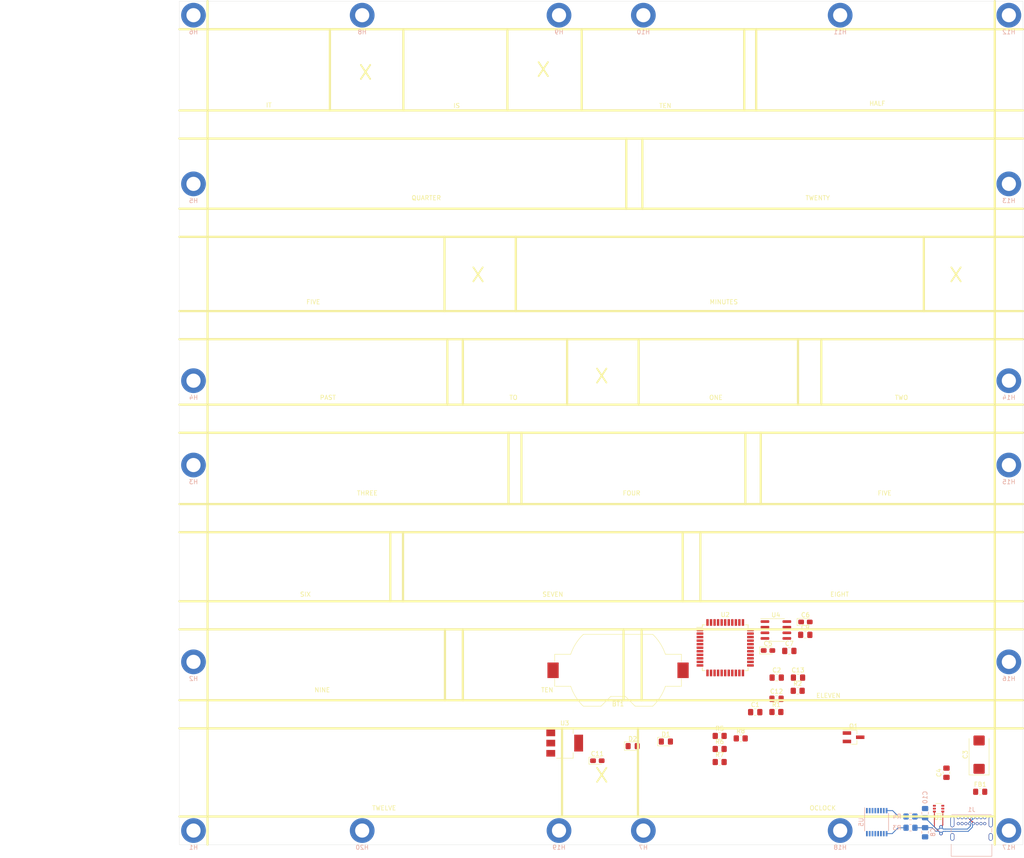
<source format=kicad_pcb>
(kicad_pcb (version 20171130) (host pcbnew "(5.1.7)-1")

  (general
    (thickness 1.6)
    (drawings 83)
    (tracks 42)
    (zones 0)
    (modules 52)
    (nets 71)
  )

  (page A)
  (layers
    (0 F.Cu signal)
    (31 B.Cu signal)
    (32 B.Adhes user)
    (33 F.Adhes user)
    (34 B.Paste user)
    (35 F.Paste user)
    (36 B.SilkS user)
    (37 F.SilkS user)
    (38 B.Mask user)
    (39 F.Mask user)
    (40 Dwgs.User user)
    (41 Cmts.User user)
    (42 Eco1.User user)
    (43 Eco2.User user)
    (44 Edge.Cuts user)
    (45 Margin user)
    (46 B.CrtYd user)
    (47 F.CrtYd user)
    (48 B.Fab user hide)
    (49 F.Fab user hide)
  )

  (setup
    (last_trace_width 0.25)
    (user_trace_width 0.2)
    (trace_clearance 0.2)
    (zone_clearance 0.508)
    (zone_45_only no)
    (trace_min 0.2)
    (via_size 0.8)
    (via_drill 0.4)
    (via_min_size 0.4)
    (via_min_drill 0.3)
    (uvia_size 0.3)
    (uvia_drill 0.1)
    (uvias_allowed no)
    (uvia_min_size 0.2)
    (uvia_min_drill 0.1)
    (edge_width 0.05)
    (segment_width 0.2)
    (pcb_text_width 0.3)
    (pcb_text_size 1.5 1.5)
    (mod_edge_width 0.12)
    (mod_text_size 1 1)
    (mod_text_width 0.15)
    (pad_size 1.175 1.45)
    (pad_drill 0)
    (pad_to_mask_clearance 0)
    (aux_axis_origin 0 0)
    (visible_elements 7FFFFFFF)
    (pcbplotparams
      (layerselection 0x010fc_ffffffff)
      (usegerberextensions false)
      (usegerberattributes true)
      (usegerberadvancedattributes true)
      (creategerberjobfile true)
      (excludeedgelayer true)
      (linewidth 0.100000)
      (plotframeref false)
      (viasonmask false)
      (mode 1)
      (useauxorigin false)
      (hpglpennumber 1)
      (hpglpenspeed 20)
      (hpglpendiameter 15.000000)
      (psnegative false)
      (psa4output false)
      (plotreference true)
      (plotvalue true)
      (plotinvisibletext false)
      (padsonsilk false)
      (subtractmaskfromsilk false)
      (outputformat 1)
      (mirror false)
      (drillshape 1)
      (scaleselection 1)
      (outputdirectory ""))
  )

  (net 0 "")
  (net 1 GND)
  (net 2 +BATT)
  (net 3 +3V3)
  (net 4 +5V)
  (net 5 /PowerMicroRTCandComm/FT3V3)
  (net 6 /PowerMicroRTCandComm/DN)
  (net 7 /PowerMicroRTCandComm/DP)
  (net 8 "Net-(D1-Pad2)")
  (net 9 "Net-(D1-Pad1)")
  (net 10 "Net-(D2-Pad2)")
  (net 11 "Net-(D2-Pad1)")
  (net 12 "Net-(FB1-Pad2)")
  (net 13 "Net-(J1-PadB5)")
  (net 14 "Net-(J1-PadB8)")
  (net 15 "Net-(J1-PadA8)")
  (net 16 "Net-(J1-PadA5)")
  (net 17 /PowerMicroRTCandComm/SDA)
  (net 18 /PowerMicroRTCandComm/SCL)
  (net 19 "Net-(R3-Pad2)")
  (net 20 "Net-(R4-Pad2)")
  (net 21 /PowerMicroRTCandComm/UART_RX)
  (net 22 /PowerMicroRTCandComm/UART_TX)
  (net 23 "Net-(U1-Pad4)")
  (net 24 "Net-(U1-Pad3)")
  (net 25 "Net-(U2-Pad43)")
  (net 26 "Net-(U2-Pad41)")
  (net 27 "Net-(U2-Pad40)")
  (net 28 "Net-(U2-Pad39)")
  (net 29 "Net-(U2-Pad38)")
  (net 30 "Net-(U2-Pad36)")
  (net 31 "Net-(U2-Pad35)")
  (net 32 "Net-(U2-Pad34)")
  (net 33 "Net-(U2-Pad33)")
  (net 34 "Net-(U2-Pad32)")
  (net 35 "Net-(U2-Pad31)")
  (net 36 "Net-(U2-Pad30)")
  (net 37 "Net-(U2-Pad27)")
  (net 38 "Net-(U2-Pad26)")
  (net 39 "Net-(U2-Pad25)")
  (net 40 "Net-(U2-Pad24)")
  (net 41 "Net-(U2-Pad23)")
  (net 42 "Net-(U2-Pad22)")
  (net 43 "Net-(U2-Pad21)")
  (net 44 "Net-(U2-Pad20)")
  (net 45 "Net-(U2-Pad19)")
  (net 46 "Net-(U2-Pad18)")
  (net 47 "Net-(U2-Pad17)")
  (net 48 "Net-(U2-Pad16)")
  (net 49 "Net-(U2-Pad15)")
  (net 50 "Net-(U2-Pad14)")
  (net 51 "Net-(U2-Pad13)")
  (net 52 "Net-(U2-Pad12)")
  (net 53 "Net-(U2-Pad11)")
  (net 54 "Net-(U2-Pad10)")
  (net 55 "Net-(U2-Pad9)")
  (net 56 "Net-(U2-Pad8)")
  (net 57 "Net-(U2-Pad5)")
  (net 58 "Net-(U2-Pad4)")
  (net 59 "Net-(U2-Pad3)")
  (net 60 "Net-(U2-Pad2)")
  (net 61 "Net-(U4-Pad4)")
  (net 62 "Net-(U4-Pad3)")
  (net 63 "Net-(U4-Pad1)")
  (net 64 "Net-(U5-Pad16)")
  (net 65 "Net-(U5-Pad15)")
  (net 66 "Net-(U5-Pad6)")
  (net 67 "Net-(U5-Pad2)")
  (net 68 /LEDs1/gate)
  (net 69 /LEDs1/drain)
  (net 70 "Net-(Q1-Pad2)")

  (net_class Default "This is the default net class."
    (clearance 0.2)
    (trace_width 0.25)
    (via_dia 0.8)
    (via_drill 0.4)
    (uvia_dia 0.3)
    (uvia_drill 0.1)
    (add_net +3V3)
    (add_net +5V)
    (add_net +BATT)
    (add_net /LEDs1/drain)
    (add_net /LEDs1/gate)
    (add_net /PowerMicroRTCandComm/DN)
    (add_net /PowerMicroRTCandComm/DP)
    (add_net /PowerMicroRTCandComm/FT3V3)
    (add_net /PowerMicroRTCandComm/SCL)
    (add_net /PowerMicroRTCandComm/SDA)
    (add_net /PowerMicroRTCandComm/UART_RX)
    (add_net /PowerMicroRTCandComm/UART_TX)
    (add_net GND)
    (add_net "Net-(D1-Pad1)")
    (add_net "Net-(D1-Pad2)")
    (add_net "Net-(D2-Pad1)")
    (add_net "Net-(D2-Pad2)")
    (add_net "Net-(FB1-Pad2)")
    (add_net "Net-(J1-PadA5)")
    (add_net "Net-(J1-PadA8)")
    (add_net "Net-(J1-PadB5)")
    (add_net "Net-(J1-PadB8)")
    (add_net "Net-(Q1-Pad2)")
    (add_net "Net-(R3-Pad2)")
    (add_net "Net-(R4-Pad2)")
    (add_net "Net-(U1-Pad3)")
    (add_net "Net-(U1-Pad4)")
    (add_net "Net-(U2-Pad10)")
    (add_net "Net-(U2-Pad11)")
    (add_net "Net-(U2-Pad12)")
    (add_net "Net-(U2-Pad13)")
    (add_net "Net-(U2-Pad14)")
    (add_net "Net-(U2-Pad15)")
    (add_net "Net-(U2-Pad16)")
    (add_net "Net-(U2-Pad17)")
    (add_net "Net-(U2-Pad18)")
    (add_net "Net-(U2-Pad19)")
    (add_net "Net-(U2-Pad2)")
    (add_net "Net-(U2-Pad20)")
    (add_net "Net-(U2-Pad21)")
    (add_net "Net-(U2-Pad22)")
    (add_net "Net-(U2-Pad23)")
    (add_net "Net-(U2-Pad24)")
    (add_net "Net-(U2-Pad25)")
    (add_net "Net-(U2-Pad26)")
    (add_net "Net-(U2-Pad27)")
    (add_net "Net-(U2-Pad3)")
    (add_net "Net-(U2-Pad30)")
    (add_net "Net-(U2-Pad31)")
    (add_net "Net-(U2-Pad32)")
    (add_net "Net-(U2-Pad33)")
    (add_net "Net-(U2-Pad34)")
    (add_net "Net-(U2-Pad35)")
    (add_net "Net-(U2-Pad36)")
    (add_net "Net-(U2-Pad38)")
    (add_net "Net-(U2-Pad39)")
    (add_net "Net-(U2-Pad4)")
    (add_net "Net-(U2-Pad40)")
    (add_net "Net-(U2-Pad41)")
    (add_net "Net-(U2-Pad43)")
    (add_net "Net-(U2-Pad5)")
    (add_net "Net-(U2-Pad8)")
    (add_net "Net-(U2-Pad9)")
    (add_net "Net-(U4-Pad1)")
    (add_net "Net-(U4-Pad3)")
    (add_net "Net-(U4-Pad4)")
    (add_net "Net-(U5-Pad15)")
    (add_net "Net-(U5-Pad16)")
    (add_net "Net-(U5-Pad2)")
    (add_net "Net-(U5-Pad6)")
  )

  (module Package_TO_SOT_SMD:SOT-23_Handsoldering (layer F.Cu) (tedit 5A0AB76C) (tstamp 602909D0)
    (at 152.25 -24.25)
    (descr "SOT-23, Handsoldering")
    (tags SOT-23)
    (path /601A911C/60337DE4)
    (attr smd)
    (fp_text reference Q1 (at 0 -2.5) (layer F.SilkS)
      (effects (font (size 1 1) (thickness 0.15)))
    )
    (fp_text value Q_NMOS_GSD (at 0 2.5) (layer F.Fab)
      (effects (font (size 1 1) (thickness 0.15)))
    )
    (fp_line (start 0.76 1.58) (end -0.7 1.58) (layer F.SilkS) (width 0.12))
    (fp_line (start -0.7 1.52) (end 0.7 1.52) (layer F.Fab) (width 0.1))
    (fp_line (start 0.7 -1.52) (end 0.7 1.52) (layer F.Fab) (width 0.1))
    (fp_line (start -0.7 -0.95) (end -0.15 -1.52) (layer F.Fab) (width 0.1))
    (fp_line (start -0.15 -1.52) (end 0.7 -1.52) (layer F.Fab) (width 0.1))
    (fp_line (start -0.7 -0.95) (end -0.7 1.5) (layer F.Fab) (width 0.1))
    (fp_line (start 0.76 -1.58) (end -2.4 -1.58) (layer F.SilkS) (width 0.12))
    (fp_line (start -2.7 1.75) (end -2.7 -1.75) (layer F.CrtYd) (width 0.05))
    (fp_line (start 2.7 1.75) (end -2.7 1.75) (layer F.CrtYd) (width 0.05))
    (fp_line (start 2.7 -1.75) (end 2.7 1.75) (layer F.CrtYd) (width 0.05))
    (fp_line (start -2.7 -1.75) (end 2.7 -1.75) (layer F.CrtYd) (width 0.05))
    (fp_line (start 0.76 -1.58) (end 0.76 -0.65) (layer F.SilkS) (width 0.12))
    (fp_line (start 0.76 1.58) (end 0.76 0.65) (layer F.SilkS) (width 0.12))
    (fp_text user %R (at 0 0 90) (layer F.Fab)
      (effects (font (size 0.5 0.5) (thickness 0.075)))
    )
    (pad 3 smd rect (at 1.5 0) (size 1.9 0.8) (layers F.Cu F.Paste F.Mask)
      (net 69 /LEDs1/drain))
    (pad 2 smd rect (at -1.5 0.95) (size 1.9 0.8) (layers F.Cu F.Paste F.Mask)
      (net 70 "Net-(Q1-Pad2)"))
    (pad 1 smd rect (at -1.5 -0.95) (size 1.9 0.8) (layers F.Cu F.Paste F.Mask)
      (net 68 /LEDs1/gate))
    (model ${KISYS3DMOD}/Package_TO_SOT_SMD.3dshapes/SOT-23.wrl
      (at (xyz 0 0 0))
      (scale (xyz 1 1 1))
      (rotate (xyz 0 0 0))
    )
  )

  (module Capacitor_SMD:C_0805_2012Metric_Pad1.18x1.45mm_HandSolder (layer B.Cu) (tedit 5F68FEEF) (tstamp 601BC260)
    (at 168.402 -7.112 90)
    (descr "Capacitor SMD 0805 (2012 Metric), square (rectangular) end terminal, IPC_7351 nominal with elongated pad for handsoldering. (Body size source: IPC-SM-782 page 76, https://www.pcb-3d.com/wordpress/wp-content/uploads/ipc-sm-782a_amendment_1_and_2.pdf, https://docs.google.com/spreadsheets/d/1BsfQQcO9C6DZCsRaXUlFlo91Tg2WpOkGARC1WS5S8t0/edit?usp=sharing), generated with kicad-footprint-generator")
    (tags "capacitor handsolder")
    (path /601A8FF2/601D5AAD)
    (attr smd)
    (fp_text reference C10 (at 3.556 0 270) (layer B.SilkS)
      (effects (font (size 1 1) (thickness 0.15)) (justify mirror))
    )
    (fp_text value 47pF (at 0 -1.68 90) (layer B.Fab)
      (effects (font (size 1 1) (thickness 0.15)) (justify mirror))
    )
    (fp_line (start -1 -0.625) (end -1 0.625) (layer B.Fab) (width 0.1))
    (fp_line (start -1 0.625) (end 1 0.625) (layer B.Fab) (width 0.1))
    (fp_line (start 1 0.625) (end 1 -0.625) (layer B.Fab) (width 0.1))
    (fp_line (start 1 -0.625) (end -1 -0.625) (layer B.Fab) (width 0.1))
    (fp_line (start -0.261252 0.735) (end 0.261252 0.735) (layer B.SilkS) (width 0.12))
    (fp_line (start -0.261252 -0.735) (end 0.261252 -0.735) (layer B.SilkS) (width 0.12))
    (fp_line (start -1.88 -0.98) (end -1.88 0.98) (layer B.CrtYd) (width 0.05))
    (fp_line (start -1.88 0.98) (end 1.88 0.98) (layer B.CrtYd) (width 0.05))
    (fp_line (start 1.88 0.98) (end 1.88 -0.98) (layer B.CrtYd) (width 0.05))
    (fp_line (start 1.88 -0.98) (end -1.88 -0.98) (layer B.CrtYd) (width 0.05))
    (fp_text user %R (at 0 0 90) (layer B.Fab)
      (effects (font (size 0.5 0.5) (thickness 0.08)) (justify mirror))
    )
    (pad 2 smd roundrect (at 1.0375 0 90) (size 1.175 1.45) (layers B.Cu B.Paste B.Mask) (roundrect_rratio 0.212766)
      (net 1 GND))
    (pad 1 smd roundrect (at -1.0375 0 90) (size 1.175 1.45) (layers B.Cu B.Paste B.Mask) (roundrect_rratio 0.212766)
      (net 7 /PowerMicroRTCandComm/DP))
    (model ${KISYS3DMOD}/Capacitor_SMD.3dshapes/C_0805_2012Metric.wrl
      (at (xyz 0 0 0))
      (scale (xyz 1 1 1))
      (rotate (xyz 0 0 0))
    )
  )

  (module MountingHole:MountingHole_3.2mm_M3_DIN965_Pad_TopOnly (layer B.Cu) (tedit 56D1B4CB) (tstamp 60288A76)
    (at 41.275 -3.175)
    (descr "Mounting Hole 3.2mm, M3, DIN965")
    (tags "mounting hole 3.2mm m3 din965")
    (path /602D3479/602D4EAC)
    (attr virtual)
    (fp_text reference H20 (at 0 3.8) (layer B.SilkS)
      (effects (font (size 1 1) (thickness 0.15)) (justify mirror))
    )
    (fp_text value MountingHole (at 0 -3.8) (layer B.Fab)
      (effects (font (size 1 1) (thickness 0.15)) (justify mirror))
    )
    (fp_circle (center 0 0) (end 3.05 0) (layer B.CrtYd) (width 0.05))
    (fp_circle (center 0 0) (end 2.8 0) (layer Cmts.User) (width 0.15))
    (fp_text user %R (at 0.3 0) (layer B.Fab)
      (effects (font (size 1 1) (thickness 0.15)) (justify mirror))
    )
    (pad 1 connect circle (at 0 0) (size 5.6 5.6) (layers B.Cu B.Mask))
    (pad 1 thru_hole circle (at 0 0) (size 3.6 3.6) (drill 3.2) (layers *.Cu *.Mask))
  )

  (module MountingHole:MountingHole_3.2mm_M3_DIN965_Pad_TopOnly (layer B.Cu) (tedit 56D1B4CB) (tstamp 60288A6D)
    (at 85.725 -3.175)
    (descr "Mounting Hole 3.2mm, M3, DIN965")
    (tags "mounting hole 3.2mm m3 din965")
    (path /602D3479/602D4EA6)
    (attr virtual)
    (fp_text reference H19 (at 0 3.8) (layer B.SilkS)
      (effects (font (size 1 1) (thickness 0.15)) (justify mirror))
    )
    (fp_text value MountingHole (at 0 -3.8) (layer B.Fab)
      (effects (font (size 1 1) (thickness 0.15)) (justify mirror))
    )
    (fp_circle (center 0 0) (end 3.05 0) (layer B.CrtYd) (width 0.05))
    (fp_circle (center 0 0) (end 2.8 0) (layer Cmts.User) (width 0.15))
    (fp_text user %R (at 0.3 0) (layer B.Fab)
      (effects (font (size 1 1) (thickness 0.15)) (justify mirror))
    )
    (pad 1 connect circle (at 0 0) (size 5.6 5.6) (layers B.Cu B.Mask))
    (pad 1 thru_hole circle (at 0 0) (size 3.6 3.6) (drill 3.2) (layers *.Cu *.Mask))
  )

  (module MountingHole:MountingHole_3.2mm_M3_DIN965_Pad_TopOnly (layer B.Cu) (tedit 56D1B4CB) (tstamp 60288A64)
    (at 149.225 -3.175)
    (descr "Mounting Hole 3.2mm, M3, DIN965")
    (tags "mounting hole 3.2mm m3 din965")
    (path /602D3479/602DDBE0)
    (attr virtual)
    (fp_text reference H18 (at 0 3.8) (layer B.SilkS)
      (effects (font (size 1 1) (thickness 0.15)) (justify mirror))
    )
    (fp_text value MountingHole (at 0 -3.8) (layer B.Fab)
      (effects (font (size 1 1) (thickness 0.15)) (justify mirror))
    )
    (fp_circle (center 0 0) (end 2.8 0) (layer Cmts.User) (width 0.15))
    (fp_circle (center 0 0) (end 3.05 0) (layer B.CrtYd) (width 0.05))
    (fp_text user %R (at 0.3 0) (layer B.Fab)
      (effects (font (size 1 1) (thickness 0.15)) (justify mirror))
    )
    (pad 1 thru_hole circle (at 0 0) (size 3.6 3.6) (drill 3.2) (layers *.Cu *.Mask))
    (pad 1 connect circle (at 0 0) (size 5.6 5.6) (layers B.Cu B.Mask))
  )

  (module MountingHole:MountingHole_3.2mm_M3_DIN965_Pad_TopOnly (layer B.Cu) (tedit 56D1B4CB) (tstamp 60288A5B)
    (at 187.325 -3.175)
    (descr "Mounting Hole 3.2mm, M3, DIN965")
    (tags "mounting hole 3.2mm m3 din965")
    (path /602D3479/602DDBE6)
    (attr virtual)
    (fp_text reference H17 (at 0 3.8) (layer B.SilkS)
      (effects (font (size 1 1) (thickness 0.15)) (justify mirror))
    )
    (fp_text value MountingHole (at 0 -3.8) (layer B.Fab)
      (effects (font (size 1 1) (thickness 0.15)) (justify mirror))
    )
    (fp_circle (center 0 0) (end 3.05 0) (layer B.CrtYd) (width 0.05))
    (fp_circle (center 0 0) (end 2.8 0) (layer Cmts.User) (width 0.15))
    (fp_text user %R (at 0.3 0) (layer B.Fab)
      (effects (font (size 1 1) (thickness 0.15)) (justify mirror))
    )
    (pad 1 connect circle (at 0 0) (size 5.6 5.6) (layers B.Cu B.Mask))
    (pad 1 thru_hole circle (at 0 0) (size 3.6 3.6) (drill 3.2) (layers *.Cu *.Mask))
  )

  (module MountingHole:MountingHole_3.2mm_M3_DIN965_Pad_TopOnly (layer B.Cu) (tedit 56D1B4CB) (tstamp 60288A52)
    (at 187.325 -41.275)
    (descr "Mounting Hole 3.2mm, M3, DIN965")
    (tags "mounting hole 3.2mm m3 din965")
    (path /602D3479/602D48FC)
    (attr virtual)
    (fp_text reference H16 (at 0 3.8) (layer B.SilkS)
      (effects (font (size 1 1) (thickness 0.15)) (justify mirror))
    )
    (fp_text value MountingHole (at 0 -3.8) (layer B.Fab)
      (effects (font (size 1 1) (thickness 0.15)) (justify mirror))
    )
    (fp_circle (center 0 0) (end 3.05 0) (layer B.CrtYd) (width 0.05))
    (fp_circle (center 0 0) (end 2.8 0) (layer Cmts.User) (width 0.15))
    (fp_text user %R (at 0.3 0) (layer B.Fab)
      (effects (font (size 1 1) (thickness 0.15)) (justify mirror))
    )
    (pad 1 connect circle (at 0 0) (size 5.6 5.6) (layers B.Cu B.Mask))
    (pad 1 thru_hole circle (at 0 0) (size 3.6 3.6) (drill 3.2) (layers *.Cu *.Mask))
  )

  (module MountingHole:MountingHole_3.2mm_M3_DIN965_Pad_TopOnly (layer B.Cu) (tedit 56D1B4CB) (tstamp 60288A49)
    (at 187.325 -85.725)
    (descr "Mounting Hole 3.2mm, M3, DIN965")
    (tags "mounting hole 3.2mm m3 din965")
    (path /602D3479/602D48F6)
    (attr virtual)
    (fp_text reference H15 (at 0 3.8) (layer B.SilkS)
      (effects (font (size 1 1) (thickness 0.15)) (justify mirror))
    )
    (fp_text value MountingHole (at 0 -3.8) (layer B.Fab)
      (effects (font (size 1 1) (thickness 0.15)) (justify mirror))
    )
    (fp_circle (center 0 0) (end 3.05 0) (layer B.CrtYd) (width 0.05))
    (fp_circle (center 0 0) (end 2.8 0) (layer Cmts.User) (width 0.15))
    (fp_text user %R (at 0.3 0) (layer B.Fab)
      (effects (font (size 1 1) (thickness 0.15)) (justify mirror))
    )
    (pad 1 connect circle (at 0 0) (size 5.6 5.6) (layers B.Cu B.Mask))
    (pad 1 thru_hole circle (at 0 0) (size 3.6 3.6) (drill 3.2) (layers *.Cu *.Mask))
  )

  (module MountingHole:MountingHole_3.2mm_M3_DIN965_Pad_TopOnly (layer B.Cu) (tedit 56D1B4CB) (tstamp 60288A40)
    (at 187.325 -104.775)
    (descr "Mounting Hole 3.2mm, M3, DIN965")
    (tags "mounting hole 3.2mm m3 din965")
    (path /602D3479/602D55FC)
    (attr virtual)
    (fp_text reference H14 (at 0 3.8) (layer B.SilkS)
      (effects (font (size 1 1) (thickness 0.15)) (justify mirror))
    )
    (fp_text value MountingHole (at 0 -3.8) (layer B.Fab)
      (effects (font (size 1 1) (thickness 0.15)) (justify mirror))
    )
    (fp_circle (center 0 0) (end 3.05 0) (layer B.CrtYd) (width 0.05))
    (fp_circle (center 0 0) (end 2.8 0) (layer Cmts.User) (width 0.15))
    (fp_text user %R (at 0.3 0) (layer B.Fab)
      (effects (font (size 1 1) (thickness 0.15)) (justify mirror))
    )
    (pad 1 connect circle (at 0 0) (size 5.6 5.6) (layers B.Cu B.Mask))
    (pad 1 thru_hole circle (at 0 0) (size 3.6 3.6) (drill 3.2) (layers *.Cu *.Mask))
  )

  (module MountingHole:MountingHole_3.2mm_M3_DIN965_Pad_TopOnly (layer B.Cu) (tedit 56D1B4CB) (tstamp 60288A37)
    (at 187.325 -149.225)
    (descr "Mounting Hole 3.2mm, M3, DIN965")
    (tags "mounting hole 3.2mm m3 din965")
    (path /602D3479/602D55F6)
    (attr virtual)
    (fp_text reference H13 (at 0 3.8) (layer B.SilkS)
      (effects (font (size 1 1) (thickness 0.15)) (justify mirror))
    )
    (fp_text value MountingHole (at 0 -3.8) (layer B.Fab)
      (effects (font (size 1 1) (thickness 0.15)) (justify mirror))
    )
    (fp_circle (center 0 0) (end 3.05 0) (layer B.CrtYd) (width 0.05))
    (fp_circle (center 0 0) (end 2.8 0) (layer Cmts.User) (width 0.15))
    (fp_text user %R (at 0.3 0) (layer B.Fab)
      (effects (font (size 1 1) (thickness 0.15)) (justify mirror))
    )
    (pad 1 connect circle (at 0 0) (size 5.6 5.6) (layers B.Cu B.Mask))
    (pad 1 thru_hole circle (at 0 0) (size 3.6 3.6) (drill 3.2) (layers *.Cu *.Mask))
  )

  (module MountingHole:MountingHole_3.2mm_M3_DIN965_Pad_TopOnly (layer B.Cu) (tedit 56D1B4CB) (tstamp 60288A2E)
    (at 187.325 -187.325)
    (descr "Mounting Hole 3.2mm, M3, DIN965")
    (tags "mounting hole 3.2mm m3 din965")
    (path /602D3479/602D4674)
    (attr virtual)
    (fp_text reference H12 (at 0 3.8) (layer B.SilkS)
      (effects (font (size 1 1) (thickness 0.15)) (justify mirror))
    )
    (fp_text value MountingHole (at 0 -3.8) (layer B.Fab)
      (effects (font (size 1 1) (thickness 0.15)) (justify mirror))
    )
    (fp_circle (center 0 0) (end 3.05 0) (layer B.CrtYd) (width 0.05))
    (fp_circle (center 0 0) (end 2.8 0) (layer Cmts.User) (width 0.15))
    (fp_text user %R (at 0.3 0) (layer B.Fab)
      (effects (font (size 1 1) (thickness 0.15)) (justify mirror))
    )
    (pad 1 connect circle (at 0 0) (size 5.6 5.6) (layers B.Cu B.Mask))
    (pad 1 thru_hole circle (at 0 0) (size 3.6 3.6) (drill 3.2) (layers *.Cu *.Mask))
  )

  (module MountingHole:MountingHole_3.2mm_M3_DIN965_Pad_TopOnly (layer B.Cu) (tedit 56D1B4CB) (tstamp 60288A25)
    (at 149.225 -187.325)
    (descr "Mounting Hole 3.2mm, M3, DIN965")
    (tags "mounting hole 3.2mm m3 din965")
    (path /602D3479/602D466E)
    (attr virtual)
    (fp_text reference H11 (at 0 3.8) (layer B.SilkS)
      (effects (font (size 1 1) (thickness 0.15)) (justify mirror))
    )
    (fp_text value MountingHole (at 0 -3.8) (layer B.Fab)
      (effects (font (size 1 1) (thickness 0.15)) (justify mirror))
    )
    (fp_circle (center 0 0) (end 3.05 0) (layer B.CrtYd) (width 0.05))
    (fp_circle (center 0 0) (end 2.8 0) (layer Cmts.User) (width 0.15))
    (fp_text user %R (at 0.3 0) (layer B.Fab)
      (effects (font (size 1 1) (thickness 0.15)) (justify mirror))
    )
    (pad 1 connect circle (at 0 0) (size 5.6 5.6) (layers B.Cu B.Mask))
    (pad 1 thru_hole circle (at 0 0) (size 3.6 3.6) (drill 3.2) (layers *.Cu *.Mask))
  )

  (module MountingHole:MountingHole_3.2mm_M3_DIN965_Pad_TopOnly (layer B.Cu) (tedit 56D1B4CB) (tstamp 60288A1C)
    (at 104.775 -187.325)
    (descr "Mounting Hole 3.2mm, M3, DIN965")
    (tags "mounting hole 3.2mm m3 din965")
    (path /602D3479/602D5210)
    (attr virtual)
    (fp_text reference H10 (at 0 3.8) (layer B.SilkS)
      (effects (font (size 1 1) (thickness 0.15)) (justify mirror))
    )
    (fp_text value MountingHole (at 0 -3.8) (layer B.Fab)
      (effects (font (size 1 1) (thickness 0.15)) (justify mirror))
    )
    (fp_circle (center 0 0) (end 3.05 0) (layer B.CrtYd) (width 0.05))
    (fp_circle (center 0 0) (end 2.8 0) (layer Cmts.User) (width 0.15))
    (fp_text user %R (at 0.3 0) (layer B.Fab)
      (effects (font (size 1 1) (thickness 0.15)) (justify mirror))
    )
    (pad 1 connect circle (at 0 0) (size 5.6 5.6) (layers B.Cu B.Mask))
    (pad 1 thru_hole circle (at 0 0) (size 3.6 3.6) (drill 3.2) (layers *.Cu *.Mask))
  )

  (module MountingHole:MountingHole_3.2mm_M3_DIN965_Pad_TopOnly (layer B.Cu) (tedit 56D1B4CB) (tstamp 60288A13)
    (at 85.725 -187.325)
    (descr "Mounting Hole 3.2mm, M3, DIN965")
    (tags "mounting hole 3.2mm m3 din965")
    (path /602D3479/602D520A)
    (attr virtual)
    (fp_text reference H9 (at 0 3.8) (layer B.SilkS)
      (effects (font (size 1 1) (thickness 0.15)) (justify mirror))
    )
    (fp_text value MountingHole (at 0 -3.8) (layer B.Fab)
      (effects (font (size 1 1) (thickness 0.15)) (justify mirror))
    )
    (fp_circle (center 0 0) (end 3.05 0) (layer B.CrtYd) (width 0.05))
    (fp_circle (center 0 0) (end 2.8 0) (layer Cmts.User) (width 0.15))
    (fp_text user %R (at 0.3 0) (layer B.Fab)
      (effects (font (size 1 1) (thickness 0.15)) (justify mirror))
    )
    (pad 1 connect circle (at 0 0) (size 5.6 5.6) (layers B.Cu B.Mask))
    (pad 1 thru_hole circle (at 0 0) (size 3.6 3.6) (drill 3.2) (layers *.Cu *.Mask))
  )

  (module MountingHole:MountingHole_3.2mm_M3_DIN965_Pad_TopOnly (layer B.Cu) (tedit 56D1B4CB) (tstamp 60288A0A)
    (at 41.275 -187.325)
    (descr "Mounting Hole 3.2mm, M3, DIN965")
    (tags "mounting hole 3.2mm m3 din965")
    (path /602D3479/602D5970)
    (attr virtual)
    (fp_text reference H8 (at 0 3.8) (layer B.SilkS)
      (effects (font (size 1 1) (thickness 0.15)) (justify mirror))
    )
    (fp_text value MountingHole (at 0 -3.8) (layer B.Fab)
      (effects (font (size 1 1) (thickness 0.15)) (justify mirror))
    )
    (fp_circle (center 0 0) (end 3.05 0) (layer B.CrtYd) (width 0.05))
    (fp_circle (center 0 0) (end 2.8 0) (layer Cmts.User) (width 0.15))
    (fp_text user %R (at 0.3 0) (layer B.Fab)
      (effects (font (size 1 1) (thickness 0.15)) (justify mirror))
    )
    (pad 1 connect circle (at 0 0) (size 5.6 5.6) (layers B.Cu B.Mask))
    (pad 1 thru_hole circle (at 0 0) (size 3.6 3.6) (drill 3.2) (layers *.Cu *.Mask))
  )

  (module MountingHole:MountingHole_3.2mm_M3_DIN965_Pad_TopOnly (layer B.Cu) (tedit 56D1B4CB) (tstamp 60288A01)
    (at 104.775 -3.175)
    (descr "Mounting Hole 3.2mm, M3, DIN965")
    (tags "mounting hole 3.2mm m3 din965")
    (path /602D3479/602D596A)
    (attr virtual)
    (fp_text reference H7 (at 0 3.8) (layer B.SilkS)
      (effects (font (size 1 1) (thickness 0.15)) (justify mirror))
    )
    (fp_text value MountingHole (at 0 -3.8) (layer B.Fab)
      (effects (font (size 1 1) (thickness 0.15)) (justify mirror))
    )
    (fp_circle (center 0 0) (end 3.05 0) (layer B.CrtYd) (width 0.05))
    (fp_circle (center 0 0) (end 2.8 0) (layer Cmts.User) (width 0.15))
    (fp_text user %R (at 0.3 0) (layer B.Fab)
      (effects (font (size 1 1) (thickness 0.15)) (justify mirror))
    )
    (pad 1 connect circle (at 0 0) (size 5.6 5.6) (layers B.Cu B.Mask))
    (pad 1 thru_hole circle (at 0 0) (size 3.6 3.6) (drill 3.2) (layers *.Cu *.Mask))
  )

  (module MountingHole:MountingHole_3.2mm_M3_DIN965_Pad_TopOnly (layer B.Cu) (tedit 56D1B4CB) (tstamp 602889F8)
    (at 3.175 -187.325)
    (descr "Mounting Hole 3.2mm, M3, DIN965")
    (tags "mounting hole 3.2mm m3 din965")
    (path /602D3479/602D5CDA)
    (attr virtual)
    (fp_text reference H6 (at 0 3.8) (layer B.SilkS)
      (effects (font (size 1 1) (thickness 0.15)) (justify mirror))
    )
    (fp_text value MountingHole (at 0 -3.8) (layer B.Fab)
      (effects (font (size 1 1) (thickness 0.15)) (justify mirror))
    )
    (fp_circle (center 0 0) (end 3.05 0) (layer B.CrtYd) (width 0.05))
    (fp_circle (center 0 0) (end 2.8 0) (layer Cmts.User) (width 0.15))
    (fp_text user %R (at 0.3 0) (layer B.Fab)
      (effects (font (size 1 1) (thickness 0.15)) (justify mirror))
    )
    (pad 1 connect circle (at 0 0) (size 5.6 5.6) (layers B.Cu B.Mask))
    (pad 1 thru_hole circle (at 0 0) (size 3.6 3.6) (drill 3.2) (layers *.Cu *.Mask))
  )

  (module MountingHole:MountingHole_3.2mm_M3_DIN965_Pad_TopOnly (layer B.Cu) (tedit 56D1B4CB) (tstamp 602889EF)
    (at 3.175 -149.225)
    (descr "Mounting Hole 3.2mm, M3, DIN965")
    (tags "mounting hole 3.2mm m3 din965")
    (path /602D3479/602D5CD4)
    (attr virtual)
    (fp_text reference H5 (at 0 3.8) (layer B.SilkS)
      (effects (font (size 1 1) (thickness 0.15)) (justify mirror))
    )
    (fp_text value MountingHole (at 0 -3.8) (layer B.Fab)
      (effects (font (size 1 1) (thickness 0.15)) (justify mirror))
    )
    (fp_circle (center 0 0) (end 3.05 0) (layer B.CrtYd) (width 0.05))
    (fp_circle (center 0 0) (end 2.8 0) (layer Cmts.User) (width 0.15))
    (fp_text user %R (at 0.3 0) (layer B.Fab)
      (effects (font (size 1 1) (thickness 0.15)) (justify mirror))
    )
    (pad 1 connect circle (at 0 0) (size 5.6 5.6) (layers B.Cu B.Mask))
    (pad 1 thru_hole circle (at 0 0) (size 3.6 3.6) (drill 3.2) (layers *.Cu *.Mask))
  )

  (module MountingHole:MountingHole_3.2mm_M3_DIN965_Pad_TopOnly (layer B.Cu) (tedit 56D1B4CB) (tstamp 602889E6)
    (at 3.175 -104.775)
    (descr "Mounting Hole 3.2mm, M3, DIN965")
    (tags "mounting hole 3.2mm m3 din965")
    (path /602D3479/602D5806)
    (attr virtual)
    (fp_text reference H4 (at 0 3.8) (layer B.SilkS)
      (effects (font (size 1 1) (thickness 0.15)) (justify mirror))
    )
    (fp_text value MountingHole (at 0 -3.8) (layer B.Fab)
      (effects (font (size 1 1) (thickness 0.15)) (justify mirror))
    )
    (fp_circle (center 0 0) (end 3.05 0) (layer B.CrtYd) (width 0.05))
    (fp_circle (center 0 0) (end 2.8 0) (layer Cmts.User) (width 0.15))
    (fp_text user %R (at 0.3 0) (layer B.Fab)
      (effects (font (size 1 1) (thickness 0.15)) (justify mirror))
    )
    (pad 1 connect circle (at 0 0) (size 5.6 5.6) (layers B.Cu B.Mask))
    (pad 1 thru_hole circle (at 0 0) (size 3.6 3.6) (drill 3.2) (layers *.Cu *.Mask))
  )

  (module MountingHole:MountingHole_3.2mm_M3_DIN965_Pad_TopOnly (layer B.Cu) (tedit 56D1B4CB) (tstamp 602889DD)
    (at 3.175 -85.725)
    (descr "Mounting Hole 3.2mm, M3, DIN965")
    (tags "mounting hole 3.2mm m3 din965")
    (path /602D3479/602D5800)
    (attr virtual)
    (fp_text reference H3 (at 0 3.8) (layer B.SilkS)
      (effects (font (size 1 1) (thickness 0.15)) (justify mirror))
    )
    (fp_text value MountingHole (at 0 -3.8) (layer B.Fab)
      (effects (font (size 1 1) (thickness 0.15)) (justify mirror))
    )
    (fp_circle (center 0 0) (end 3.05 0) (layer B.CrtYd) (width 0.05))
    (fp_circle (center 0 0) (end 2.8 0) (layer Cmts.User) (width 0.15))
    (fp_text user %R (at 0.3 0) (layer B.Fab)
      (effects (font (size 1 1) (thickness 0.15)) (justify mirror))
    )
    (pad 1 connect circle (at 0 0) (size 5.6 5.6) (layers B.Cu B.Mask))
    (pad 1 thru_hole circle (at 0 0) (size 3.6 3.6) (drill 3.2) (layers *.Cu *.Mask))
  )

  (module MountingHole:MountingHole_3.2mm_M3_DIN965_Pad_TopOnly (layer B.Cu) (tedit 56D1B4CB) (tstamp 602889D4)
    (at 3.175 -41.275)
    (descr "Mounting Hole 3.2mm, M3, DIN965")
    (tags "mounting hole 3.2mm m3 din965")
    (path /602D3479/602D3BA0)
    (attr virtual)
    (fp_text reference H2 (at 0 3.8) (layer B.SilkS)
      (effects (font (size 1 1) (thickness 0.15)) (justify mirror))
    )
    (fp_text value MountingHole (at 0 -3.8) (layer B.Fab)
      (effects (font (size 1 1) (thickness 0.15)) (justify mirror))
    )
    (fp_circle (center 0 0) (end 3.05 0) (layer B.CrtYd) (width 0.05))
    (fp_circle (center 0 0) (end 2.8 0) (layer Cmts.User) (width 0.15))
    (fp_text user %R (at 0.3 0) (layer B.Fab)
      (effects (font (size 1 1) (thickness 0.15)) (justify mirror))
    )
    (pad 1 connect circle (at 0 0) (size 5.6 5.6) (layers B.Cu B.Mask))
    (pad 1 thru_hole circle (at 0 0) (size 3.6 3.6) (drill 3.2) (layers *.Cu *.Mask))
  )

  (module MountingHole:MountingHole_3.2mm_M3_DIN965_Pad_TopOnly (layer B.Cu) (tedit 56D1B4CB) (tstamp 602889CB)
    (at 3.175 -3.175)
    (descr "Mounting Hole 3.2mm, M3, DIN965")
    (tags "mounting hole 3.2mm m3 din965")
    (path /602D3479/602D38C4)
    (attr virtual)
    (fp_text reference H1 (at 0 3.8) (layer B.SilkS)
      (effects (font (size 1 1) (thickness 0.15)) (justify mirror))
    )
    (fp_text value MountingHole (at 0 -3.8) (layer B.Fab)
      (effects (font (size 1 1) (thickness 0.15)) (justify mirror))
    )
    (fp_circle (center 0 0) (end 3.05 0) (layer B.CrtYd) (width 0.05))
    (fp_circle (center 0 0) (end 2.8 0) (layer Cmts.User) (width 0.15))
    (fp_text user %R (at 0.3 0) (layer B.Fab)
      (effects (font (size 1 1) (thickness 0.15)) (justify mirror))
    )
    (pad 1 connect circle (at 0 0) (size 5.6 5.6) (layers B.Cu B.Mask))
    (pad 1 thru_hole circle (at 0 0) (size 3.6 3.6) (drill 3.2) (layers *.Cu *.Mask))
  )

  (module Capacitor_Tantalum_SMD:CP_EIA-7343-20_Kemet-V_Pad2.25x2.55mm_HandSolder (layer F.Cu) (tedit 5EBA9318) (tstamp 601BC1E5)
    (at 180.594 -20.32 90)
    (descr "Tantalum Capacitor SMD Kemet-V (7343-20 Metric), IPC_7351 nominal, (Body size from: http://www.kemet.com/Lists/ProductCatalog/Attachments/253/KEM_TC101_STD.pdf), generated with kicad-footprint-generator")
    (tags "capacitor tantalum")
    (path /601A8FF2/601BAAB2)
    (attr smd)
    (fp_text reference C3 (at 0 -3.1 90) (layer F.SilkS)
      (effects (font (size 1 1) (thickness 0.15)))
    )
    (fp_text value 100µ (at 0 3.1 90) (layer F.Fab)
      (effects (font (size 1 1) (thickness 0.15)))
    )
    (fp_line (start 4.58 2.4) (end -4.58 2.4) (layer F.CrtYd) (width 0.05))
    (fp_line (start 4.58 -2.4) (end 4.58 2.4) (layer F.CrtYd) (width 0.05))
    (fp_line (start -4.58 -2.4) (end 4.58 -2.4) (layer F.CrtYd) (width 0.05))
    (fp_line (start -4.58 2.4) (end -4.58 -2.4) (layer F.CrtYd) (width 0.05))
    (fp_line (start -4.585 2.26) (end 3.65 2.26) (layer F.SilkS) (width 0.12))
    (fp_line (start -4.585 -2.26) (end -4.585 2.26) (layer F.SilkS) (width 0.12))
    (fp_line (start 3.65 -2.26) (end -4.585 -2.26) (layer F.SilkS) (width 0.12))
    (fp_line (start 3.65 2.15) (end 3.65 -2.15) (layer F.Fab) (width 0.1))
    (fp_line (start -3.65 2.15) (end 3.65 2.15) (layer F.Fab) (width 0.1))
    (fp_line (start -3.65 -1.15) (end -3.65 2.15) (layer F.Fab) (width 0.1))
    (fp_line (start -2.65 -2.15) (end -3.65 -1.15) (layer F.Fab) (width 0.1))
    (fp_line (start 3.65 -2.15) (end -2.65 -2.15) (layer F.Fab) (width 0.1))
    (fp_text user %R (at 0 0 90) (layer F.Fab)
      (effects (font (size 1 1) (thickness 0.15)))
    )
    (pad 2 smd roundrect (at 3.2 0 90) (size 2.25 2.55) (layers F.Cu F.Paste F.Mask) (roundrect_rratio 0.111111)
      (net 1 GND))
    (pad 1 smd roundrect (at -3.2 0 90) (size 2.25 2.55) (layers F.Cu F.Paste F.Mask) (roundrect_rratio 0.111111)
      (net 4 +5V))
    (model ${KISYS3DMOD}/Capacitor_Tantalum_SMD.3dshapes/CP_EIA-7343-20_Kemet-V.wrl
      (at (xyz 0 0 0))
      (scale (xyz 1 1 1))
      (rotate (xyz 0 0 0))
    )
  )

  (module LED_SMD:LED_0805_2012Metric_Pad1.15x1.40mm_HandSolder (layer F.Cu) (tedit 5F68FEF1) (tstamp 601BC2B9)
    (at 102.36 -22.24897)
    (descr "LED SMD 0805 (2012 Metric), square (rectangular) end terminal, IPC_7351 nominal, (Body size source: https://docs.google.com/spreadsheets/d/1BsfQQcO9C6DZCsRaXUlFlo91Tg2WpOkGARC1WS5S8t0/edit?usp=sharing), generated with kicad-footprint-generator")
    (tags "LED handsolder")
    (path /601A8FF2/601F7520)
    (attr smd)
    (fp_text reference D2 (at 0 -1.65) (layer F.SilkS)
      (effects (font (size 1 1) (thickness 0.15)))
    )
    (fp_text value LED (at 0 1.65) (layer F.Fab)
      (effects (font (size 1 1) (thickness 0.15)))
    )
    (fp_line (start 1.85 0.95) (end -1.85 0.95) (layer F.CrtYd) (width 0.05))
    (fp_line (start 1.85 -0.95) (end 1.85 0.95) (layer F.CrtYd) (width 0.05))
    (fp_line (start -1.85 -0.95) (end 1.85 -0.95) (layer F.CrtYd) (width 0.05))
    (fp_line (start -1.85 0.95) (end -1.85 -0.95) (layer F.CrtYd) (width 0.05))
    (fp_line (start -1.86 0.96) (end 1 0.96) (layer F.SilkS) (width 0.12))
    (fp_line (start -1.86 -0.96) (end -1.86 0.96) (layer F.SilkS) (width 0.12))
    (fp_line (start 1 -0.96) (end -1.86 -0.96) (layer F.SilkS) (width 0.12))
    (fp_line (start 1 0.6) (end 1 -0.6) (layer F.Fab) (width 0.1))
    (fp_line (start -1 0.6) (end 1 0.6) (layer F.Fab) (width 0.1))
    (fp_line (start -1 -0.3) (end -1 0.6) (layer F.Fab) (width 0.1))
    (fp_line (start -0.7 -0.6) (end -1 -0.3) (layer F.Fab) (width 0.1))
    (fp_line (start 1 -0.6) (end -0.7 -0.6) (layer F.Fab) (width 0.1))
    (fp_text user %R (at 0 0) (layer F.Fab)
      (effects (font (size 0.5 0.5) (thickness 0.08)))
    )
    (pad 2 smd roundrect (at 1.025 0) (size 1.15 1.4) (layers F.Cu F.Paste F.Mask) (roundrect_rratio 0.217391)
      (net 10 "Net-(D2-Pad2)"))
    (pad 1 smd roundrect (at -1.025 0) (size 1.15 1.4) (layers F.Cu F.Paste F.Mask) (roundrect_rratio 0.217391)
      (net 11 "Net-(D2-Pad1)"))
    (model ${KISYS3DMOD}/LED_SMD.3dshapes/LED_0805_2012Metric.wrl
      (at (xyz 0 0 0))
      (scale (xyz 1 1 1))
      (rotate (xyz 0 0 0))
    )
  )

  (module LED_SMD:LED_0805_2012Metric_Pad1.15x1.40mm_HandSolder (layer F.Cu) (tedit 5F68FEF1) (tstamp 601BC2A7)
    (at 109.86 -23.27897)
    (descr "LED SMD 0805 (2012 Metric), square (rectangular) end terminal, IPC_7351 nominal, (Body size source: https://docs.google.com/spreadsheets/d/1BsfQQcO9C6DZCsRaXUlFlo91Tg2WpOkGARC1WS5S8t0/edit?usp=sharing), generated with kicad-footprint-generator")
    (tags "LED handsolder")
    (path /601A8FF2/601F69B8)
    (attr smd)
    (fp_text reference D1 (at 0 -1.65) (layer F.SilkS)
      (effects (font (size 1 1) (thickness 0.15)))
    )
    (fp_text value LED (at 0 1.65) (layer F.Fab)
      (effects (font (size 1 1) (thickness 0.15)))
    )
    (fp_line (start 1.85 0.95) (end -1.85 0.95) (layer F.CrtYd) (width 0.05))
    (fp_line (start 1.85 -0.95) (end 1.85 0.95) (layer F.CrtYd) (width 0.05))
    (fp_line (start -1.85 -0.95) (end 1.85 -0.95) (layer F.CrtYd) (width 0.05))
    (fp_line (start -1.85 0.95) (end -1.85 -0.95) (layer F.CrtYd) (width 0.05))
    (fp_line (start -1.86 0.96) (end 1 0.96) (layer F.SilkS) (width 0.12))
    (fp_line (start -1.86 -0.96) (end -1.86 0.96) (layer F.SilkS) (width 0.12))
    (fp_line (start 1 -0.96) (end -1.86 -0.96) (layer F.SilkS) (width 0.12))
    (fp_line (start 1 0.6) (end 1 -0.6) (layer F.Fab) (width 0.1))
    (fp_line (start -1 0.6) (end 1 0.6) (layer F.Fab) (width 0.1))
    (fp_line (start -1 -0.3) (end -1 0.6) (layer F.Fab) (width 0.1))
    (fp_line (start -0.7 -0.6) (end -1 -0.3) (layer F.Fab) (width 0.1))
    (fp_line (start 1 -0.6) (end -0.7 -0.6) (layer F.Fab) (width 0.1))
    (fp_text user %R (at 0 0) (layer F.Fab)
      (effects (font (size 0.5 0.5) (thickness 0.08)))
    )
    (pad 2 smd roundrect (at 1.025 0) (size 1.15 1.4) (layers F.Cu F.Paste F.Mask) (roundrect_rratio 0.217391)
      (net 8 "Net-(D1-Pad2)"))
    (pad 1 smd roundrect (at -1.025 0) (size 1.15 1.4) (layers F.Cu F.Paste F.Mask) (roundrect_rratio 0.217391)
      (net 9 "Net-(D1-Pad1)"))
    (model ${KISYS3DMOD}/LED_SMD.3dshapes/LED_0805_2012Metric.wrl
      (at (xyz 0 0 0))
      (scale (xyz 1 1 1))
      (rotate (xyz 0 0 0))
    )
  )

  (module Package_SO:SSOP-16_3.9x4.9mm_P0.635mm (layer B.Cu) (tedit 5A02F25C) (tstamp 601BC424)
    (at 157.48 -5.08 270)
    (descr "SSOP16: plastic shrink small outline package; 16 leads; body width 3.9 mm; lead pitch 0.635; (see NXP SSOP-TSSOP-VSO-REFLOW.pdf and sot519-1_po.pdf)")
    (tags "SSOP 0.635")
    (path /601A8FF2/601B3431)
    (attr smd)
    (fp_text reference U5 (at 0 3.5 270) (layer B.SilkS)
      (effects (font (size 1 1) (thickness 0.15)) (justify mirror))
    )
    (fp_text value FT230XS (at 0 -3.5 270) (layer B.Fab)
      (effects (font (size 1 1) (thickness 0.15)) (justify mirror))
    )
    (fp_line (start -0.95 2.45) (end 1.95 2.45) (layer B.Fab) (width 0.15))
    (fp_line (start 1.95 2.45) (end 1.95 -2.45) (layer B.Fab) (width 0.15))
    (fp_line (start 1.95 -2.45) (end -1.95 -2.45) (layer B.Fab) (width 0.15))
    (fp_line (start -1.95 -2.45) (end -1.95 1.45) (layer B.Fab) (width 0.15))
    (fp_line (start -1.95 1.45) (end -0.95 2.45) (layer B.Fab) (width 0.15))
    (fp_line (start -3.45 2.85) (end -3.45 -2.8) (layer B.CrtYd) (width 0.05))
    (fp_line (start 3.45 2.85) (end 3.45 -2.8) (layer B.CrtYd) (width 0.05))
    (fp_line (start -3.45 2.85) (end 3.45 2.85) (layer B.CrtYd) (width 0.05))
    (fp_line (start -3.45 -2.8) (end 3.45 -2.8) (layer B.CrtYd) (width 0.05))
    (fp_line (start -2 -2.675) (end 2 -2.675) (layer B.SilkS) (width 0.15))
    (fp_line (start -3.275 2.725) (end 2 2.725) (layer B.SilkS) (width 0.15))
    (fp_text user %R (at 0 0 270) (layer B.Fab)
      (effects (font (size 0.8 0.8) (thickness 0.15)) (justify mirror))
    )
    (pad 16 smd rect (at 2.6 2.2225 270) (size 1.2 0.4) (layers B.Cu B.Paste B.Mask)
      (net 64 "Net-(U5-Pad16)"))
    (pad 15 smd rect (at 2.6 1.5875 270) (size 1.2 0.4) (layers B.Cu B.Paste B.Mask)
      (net 65 "Net-(U5-Pad15)"))
    (pad 14 smd rect (at 2.6 0.9525 270) (size 1.2 0.4) (layers B.Cu B.Paste B.Mask)
      (net 9 "Net-(D1-Pad1)"))
    (pad 13 smd rect (at 2.6 0.3175 270) (size 1.2 0.4) (layers B.Cu B.Paste B.Mask)
      (net 1 GND))
    (pad 12 smd rect (at 2.6 -0.3175 270) (size 1.2 0.4) (layers B.Cu B.Paste B.Mask)
      (net 4 +5V))
    (pad 11 smd rect (at 2.6 -0.9525 270) (size 1.2 0.4) (layers B.Cu B.Paste B.Mask)
      (net 5 /PowerMicroRTCandComm/FT3V3))
    (pad 10 smd rect (at 2.6 -1.5875 270) (size 1.2 0.4) (layers B.Cu B.Paste B.Mask)
      (net 5 /PowerMicroRTCandComm/FT3V3))
    (pad 9 smd rect (at 2.6 -2.2225 270) (size 1.2 0.4) (layers B.Cu B.Paste B.Mask)
      (net 19 "Net-(R3-Pad2)"))
    (pad 8 smd rect (at -2.6 -2.2225 270) (size 1.2 0.4) (layers B.Cu B.Paste B.Mask)
      (net 20 "Net-(R4-Pad2)"))
    (pad 7 smd rect (at -2.6 -1.5875 270) (size 1.2 0.4) (layers B.Cu B.Paste B.Mask)
      (net 11 "Net-(D2-Pad1)"))
    (pad 6 smd rect (at -2.6 -0.9525 270) (size 1.2 0.4) (layers B.Cu B.Paste B.Mask)
      (net 66 "Net-(U5-Pad6)"))
    (pad 5 smd rect (at -2.6 -0.3175 270) (size 1.2 0.4) (layers B.Cu B.Paste B.Mask)
      (net 1 GND))
    (pad 4 smd rect (at -2.6 0.3175 270) (size 1.2 0.4) (layers B.Cu B.Paste B.Mask)
      (net 21 /PowerMicroRTCandComm/UART_RX))
    (pad 3 smd rect (at -2.6 0.9525 270) (size 1.2 0.4) (layers B.Cu B.Paste B.Mask)
      (net 5 /PowerMicroRTCandComm/FT3V3))
    (pad 2 smd rect (at -2.6 1.5875 270) (size 1.2 0.4) (layers B.Cu B.Paste B.Mask)
      (net 67 "Net-(U5-Pad2)"))
    (pad 1 smd rect (at -2.6 2.2225 270) (size 1.2 0.4) (layers B.Cu B.Paste B.Mask)
      (net 22 /PowerMicroRTCandComm/UART_TX))
    (model ${KISYS3DMOD}/Package_SO.3dshapes/SSOP-16_3.9x4.9mm_P0.635mm.wrl
      (at (xyz 0 0 0))
      (scale (xyz 1 1 1))
      (rotate (xyz 0 0 0))
    )
  )

  (module Package_SO:SOIC-8_3.9x4.9mm_P1.27mm (layer F.Cu) (tedit 5D9F72B1) (tstamp 601BC404)
    (at 134.71 -48.46897)
    (descr "SOIC, 8 Pin (JEDEC MS-012AA, https://www.analog.com/media/en/package-pcb-resources/package/pkg_pdf/soic_narrow-r/r_8.pdf), generated with kicad-footprint-generator ipc_gullwing_generator.py")
    (tags "SOIC SO")
    (path /601A8FF2/601B3419)
    (attr smd)
    (fp_text reference U4 (at 0 -3.4) (layer F.SilkS)
      (effects (font (size 1 1) (thickness 0.15)))
    )
    (fp_text value DS3231MZ (at 0 3.4) (layer F.Fab)
      (effects (font (size 1 1) (thickness 0.15)))
    )
    (fp_line (start 0 2.56) (end 1.95 2.56) (layer F.SilkS) (width 0.12))
    (fp_line (start 0 2.56) (end -1.95 2.56) (layer F.SilkS) (width 0.12))
    (fp_line (start 0 -2.56) (end 1.95 -2.56) (layer F.SilkS) (width 0.12))
    (fp_line (start 0 -2.56) (end -3.45 -2.56) (layer F.SilkS) (width 0.12))
    (fp_line (start -0.975 -2.45) (end 1.95 -2.45) (layer F.Fab) (width 0.1))
    (fp_line (start 1.95 -2.45) (end 1.95 2.45) (layer F.Fab) (width 0.1))
    (fp_line (start 1.95 2.45) (end -1.95 2.45) (layer F.Fab) (width 0.1))
    (fp_line (start -1.95 2.45) (end -1.95 -1.475) (layer F.Fab) (width 0.1))
    (fp_line (start -1.95 -1.475) (end -0.975 -2.45) (layer F.Fab) (width 0.1))
    (fp_line (start -3.7 -2.7) (end -3.7 2.7) (layer F.CrtYd) (width 0.05))
    (fp_line (start -3.7 2.7) (end 3.7 2.7) (layer F.CrtYd) (width 0.05))
    (fp_line (start 3.7 2.7) (end 3.7 -2.7) (layer F.CrtYd) (width 0.05))
    (fp_line (start 3.7 -2.7) (end -3.7 -2.7) (layer F.CrtYd) (width 0.05))
    (fp_text user %R (at 0 0) (layer F.Fab)
      (effects (font (size 0.98 0.98) (thickness 0.15)))
    )
    (pad 8 smd roundrect (at 2.475 -1.905) (size 1.95 0.6) (layers F.Cu F.Paste F.Mask) (roundrect_rratio 0.25)
      (net 18 /PowerMicroRTCandComm/SCL))
    (pad 7 smd roundrect (at 2.475 -0.635) (size 1.95 0.6) (layers F.Cu F.Paste F.Mask) (roundrect_rratio 0.25)
      (net 17 /PowerMicroRTCandComm/SDA))
    (pad 6 smd roundrect (at 2.475 0.635) (size 1.95 0.6) (layers F.Cu F.Paste F.Mask) (roundrect_rratio 0.25)
      (net 2 +BATT))
    (pad 5 smd roundrect (at 2.475 1.905) (size 1.95 0.6) (layers F.Cu F.Paste F.Mask) (roundrect_rratio 0.25)
      (net 1 GND))
    (pad 4 smd roundrect (at -2.475 1.905) (size 1.95 0.6) (layers F.Cu F.Paste F.Mask) (roundrect_rratio 0.25)
      (net 61 "Net-(U4-Pad4)"))
    (pad 3 smd roundrect (at -2.475 0.635) (size 1.95 0.6) (layers F.Cu F.Paste F.Mask) (roundrect_rratio 0.25)
      (net 62 "Net-(U4-Pad3)"))
    (pad 2 smd roundrect (at -2.475 -0.635) (size 1.95 0.6) (layers F.Cu F.Paste F.Mask) (roundrect_rratio 0.25)
      (net 3 +3V3))
    (pad 1 smd roundrect (at -2.475 -1.905) (size 1.95 0.6) (layers F.Cu F.Paste F.Mask) (roundrect_rratio 0.25)
      (net 63 "Net-(U4-Pad1)"))
    (model ${KISYS3DMOD}/Package_SO.3dshapes/SOIC-8_3.9x4.9mm_P1.27mm.wrl
      (at (xyz 0 0 0))
      (scale (xyz 1 1 1))
      (rotate (xyz 0 0 0))
    )
  )

  (module Package_TO_SOT_SMD:SOT-223-3_TabPin2 (layer F.Cu) (tedit 5A02FF57) (tstamp 601BC3EA)
    (at 87.01 -22.92897)
    (descr "module CMS SOT223 4 pins")
    (tags "CMS SOT")
    (path /601A8FF2/602144B4)
    (attr smd)
    (fp_text reference U3 (at 0 -4.5) (layer F.SilkS)
      (effects (font (size 1 1) (thickness 0.15)))
    )
    (fp_text value LM1117-3.3 (at 0 4.5) (layer F.Fab)
      (effects (font (size 1 1) (thickness 0.15)))
    )
    (fp_line (start 1.91 3.41) (end 1.91 2.15) (layer F.SilkS) (width 0.12))
    (fp_line (start 1.91 -3.41) (end 1.91 -2.15) (layer F.SilkS) (width 0.12))
    (fp_line (start 4.4 -3.6) (end -4.4 -3.6) (layer F.CrtYd) (width 0.05))
    (fp_line (start 4.4 3.6) (end 4.4 -3.6) (layer F.CrtYd) (width 0.05))
    (fp_line (start -4.4 3.6) (end 4.4 3.6) (layer F.CrtYd) (width 0.05))
    (fp_line (start -4.4 -3.6) (end -4.4 3.6) (layer F.CrtYd) (width 0.05))
    (fp_line (start -1.85 -2.35) (end -0.85 -3.35) (layer F.Fab) (width 0.1))
    (fp_line (start -1.85 -2.35) (end -1.85 3.35) (layer F.Fab) (width 0.1))
    (fp_line (start -1.85 3.41) (end 1.91 3.41) (layer F.SilkS) (width 0.12))
    (fp_line (start -0.85 -3.35) (end 1.85 -3.35) (layer F.Fab) (width 0.1))
    (fp_line (start -4.1 -3.41) (end 1.91 -3.41) (layer F.SilkS) (width 0.12))
    (fp_line (start -1.85 3.35) (end 1.85 3.35) (layer F.Fab) (width 0.1))
    (fp_line (start 1.85 -3.35) (end 1.85 3.35) (layer F.Fab) (width 0.1))
    (fp_text user %R (at 0 0 90) (layer F.Fab)
      (effects (font (size 0.8 0.8) (thickness 0.12)))
    )
    (pad 1 smd rect (at -3.15 -2.3) (size 2 1.5) (layers F.Cu F.Paste F.Mask)
      (net 1 GND))
    (pad 3 smd rect (at -3.15 2.3) (size 2 1.5) (layers F.Cu F.Paste F.Mask)
      (net 4 +5V))
    (pad 2 smd rect (at -3.15 0) (size 2 1.5) (layers F.Cu F.Paste F.Mask)
      (net 3 +3V3))
    (pad 2 smd rect (at 3.15 0) (size 2 3.8) (layers F.Cu F.Paste F.Mask)
      (net 3 +3V3))
    (model ${KISYS3DMOD}/Package_TO_SOT_SMD.3dshapes/SOT-223.wrl
      (at (xyz 0 0 0))
      (scale (xyz 1 1 1))
      (rotate (xyz 0 0 0))
    )
  )

  (module Package_QFP:TQFP-44_10x10mm_P0.8mm (layer F.Cu) (tedit 5A02F146) (tstamp 601BC3D4)
    (at 123.26 -44.46897)
    (descr "44-Lead Plastic Thin Quad Flatpack (PT) - 10x10x1.0 mm Body [TQFP] (see Microchip Packaging Specification 00000049BS.pdf)")
    (tags "QFP 0.8")
    (path /601A8FF2/601B342B)
    (attr smd)
    (fp_text reference U2 (at 0 -7.45) (layer F.SilkS)
      (effects (font (size 1 1) (thickness 0.15)))
    )
    (fp_text value PIC18LF46K80-IPT (at 0 7.45) (layer F.Fab)
      (effects (font (size 1 1) (thickness 0.15)))
    )
    (fp_line (start -4 -5) (end 5 -5) (layer F.Fab) (width 0.15))
    (fp_line (start 5 -5) (end 5 5) (layer F.Fab) (width 0.15))
    (fp_line (start 5 5) (end -5 5) (layer F.Fab) (width 0.15))
    (fp_line (start -5 5) (end -5 -4) (layer F.Fab) (width 0.15))
    (fp_line (start -5 -4) (end -4 -5) (layer F.Fab) (width 0.15))
    (fp_line (start -6.7 -6.7) (end -6.7 6.7) (layer F.CrtYd) (width 0.05))
    (fp_line (start 6.7 -6.7) (end 6.7 6.7) (layer F.CrtYd) (width 0.05))
    (fp_line (start -6.7 -6.7) (end 6.7 -6.7) (layer F.CrtYd) (width 0.05))
    (fp_line (start -6.7 6.7) (end 6.7 6.7) (layer F.CrtYd) (width 0.05))
    (fp_line (start -5.175 -5.175) (end -5.175 -4.6) (layer F.SilkS) (width 0.15))
    (fp_line (start 5.175 -5.175) (end 5.175 -4.5) (layer F.SilkS) (width 0.15))
    (fp_line (start 5.175 5.175) (end 5.175 4.5) (layer F.SilkS) (width 0.15))
    (fp_line (start -5.175 5.175) (end -5.175 4.5) (layer F.SilkS) (width 0.15))
    (fp_line (start -5.175 -5.175) (end -4.5 -5.175) (layer F.SilkS) (width 0.15))
    (fp_line (start -5.175 5.175) (end -4.5 5.175) (layer F.SilkS) (width 0.15))
    (fp_line (start 5.175 5.175) (end 4.5 5.175) (layer F.SilkS) (width 0.15))
    (fp_line (start 5.175 -5.175) (end 4.5 -5.175) (layer F.SilkS) (width 0.15))
    (fp_line (start -5.175 -4.6) (end -6.45 -4.6) (layer F.SilkS) (width 0.15))
    (fp_text user %R (at 0 0) (layer F.Fab)
      (effects (font (size 1 1) (thickness 0.15)))
    )
    (pad 44 smd rect (at -4 -5.7 90) (size 1.5 0.55) (layers F.Cu F.Paste F.Mask)
      (net 22 /PowerMicroRTCandComm/UART_TX))
    (pad 43 smd rect (at -3.2 -5.7 90) (size 1.5 0.55) (layers F.Cu F.Paste F.Mask)
      (net 25 "Net-(U2-Pad43)"))
    (pad 42 smd rect (at -2.4 -5.7 90) (size 1.5 0.55) (layers F.Cu F.Paste F.Mask)
      (net 17 /PowerMicroRTCandComm/SDA))
    (pad 41 smd rect (at -1.6 -5.7 90) (size 1.5 0.55) (layers F.Cu F.Paste F.Mask)
      (net 26 "Net-(U2-Pad41)"))
    (pad 40 smd rect (at -0.8 -5.7 90) (size 1.5 0.55) (layers F.Cu F.Paste F.Mask)
      (net 27 "Net-(U2-Pad40)"))
    (pad 39 smd rect (at 0 -5.7 90) (size 1.5 0.55) (layers F.Cu F.Paste F.Mask)
      (net 28 "Net-(U2-Pad39)"))
    (pad 38 smd rect (at 0.8 -5.7 90) (size 1.5 0.55) (layers F.Cu F.Paste F.Mask)
      (net 29 "Net-(U2-Pad38)"))
    (pad 37 smd rect (at 1.6 -5.7 90) (size 1.5 0.55) (layers F.Cu F.Paste F.Mask)
      (net 18 /PowerMicroRTCandComm/SCL))
    (pad 36 smd rect (at 2.4 -5.7 90) (size 1.5 0.55) (layers F.Cu F.Paste F.Mask)
      (net 30 "Net-(U2-Pad36)"))
    (pad 35 smd rect (at 3.2 -5.7 90) (size 1.5 0.55) (layers F.Cu F.Paste F.Mask)
      (net 31 "Net-(U2-Pad35)"))
    (pad 34 smd rect (at 4 -5.7 90) (size 1.5 0.55) (layers F.Cu F.Paste F.Mask)
      (net 32 "Net-(U2-Pad34)"))
    (pad 33 smd rect (at 5.7 -4) (size 1.5 0.55) (layers F.Cu F.Paste F.Mask)
      (net 33 "Net-(U2-Pad33)"))
    (pad 32 smd rect (at 5.7 -3.2) (size 1.5 0.55) (layers F.Cu F.Paste F.Mask)
      (net 34 "Net-(U2-Pad32)"))
    (pad 31 smd rect (at 5.7 -2.4) (size 1.5 0.55) (layers F.Cu F.Paste F.Mask)
      (net 35 "Net-(U2-Pad31)"))
    (pad 30 smd rect (at 5.7 -1.6) (size 1.5 0.55) (layers F.Cu F.Paste F.Mask)
      (net 36 "Net-(U2-Pad30)"))
    (pad 29 smd rect (at 5.7 -0.8) (size 1.5 0.55) (layers F.Cu F.Paste F.Mask)
      (net 1 GND))
    (pad 28 smd rect (at 5.7 0) (size 1.5 0.55) (layers F.Cu F.Paste F.Mask)
      (net 3 +3V3))
    (pad 27 smd rect (at 5.7 0.8) (size 1.5 0.55) (layers F.Cu F.Paste F.Mask)
      (net 37 "Net-(U2-Pad27)"))
    (pad 26 smd rect (at 5.7 1.6) (size 1.5 0.55) (layers F.Cu F.Paste F.Mask)
      (net 38 "Net-(U2-Pad26)"))
    (pad 25 smd rect (at 5.7 2.4) (size 1.5 0.55) (layers F.Cu F.Paste F.Mask)
      (net 39 "Net-(U2-Pad25)"))
    (pad 24 smd rect (at 5.7 3.2) (size 1.5 0.55) (layers F.Cu F.Paste F.Mask)
      (net 40 "Net-(U2-Pad24)"))
    (pad 23 smd rect (at 5.7 4) (size 1.5 0.55) (layers F.Cu F.Paste F.Mask)
      (net 41 "Net-(U2-Pad23)"))
    (pad 22 smd rect (at 4 5.7 90) (size 1.5 0.55) (layers F.Cu F.Paste F.Mask)
      (net 42 "Net-(U2-Pad22)"))
    (pad 21 smd rect (at 3.2 5.7 90) (size 1.5 0.55) (layers F.Cu F.Paste F.Mask)
      (net 43 "Net-(U2-Pad21)"))
    (pad 20 smd rect (at 2.4 5.7 90) (size 1.5 0.55) (layers F.Cu F.Paste F.Mask)
      (net 44 "Net-(U2-Pad20)"))
    (pad 19 smd rect (at 1.6 5.7 90) (size 1.5 0.55) (layers F.Cu F.Paste F.Mask)
      (net 45 "Net-(U2-Pad19)"))
    (pad 18 smd rect (at 0.8 5.7 90) (size 1.5 0.55) (layers F.Cu F.Paste F.Mask)
      (net 46 "Net-(U2-Pad18)"))
    (pad 17 smd rect (at 0 5.7 90) (size 1.5 0.55) (layers F.Cu F.Paste F.Mask)
      (net 47 "Net-(U2-Pad17)"))
    (pad 16 smd rect (at -0.8 5.7 90) (size 1.5 0.55) (layers F.Cu F.Paste F.Mask)
      (net 48 "Net-(U2-Pad16)"))
    (pad 15 smd rect (at -1.6 5.7 90) (size 1.5 0.55) (layers F.Cu F.Paste F.Mask)
      (net 49 "Net-(U2-Pad15)"))
    (pad 14 smd rect (at -2.4 5.7 90) (size 1.5 0.55) (layers F.Cu F.Paste F.Mask)
      (net 50 "Net-(U2-Pad14)"))
    (pad 13 smd rect (at -3.2 5.7 90) (size 1.5 0.55) (layers F.Cu F.Paste F.Mask)
      (net 51 "Net-(U2-Pad13)"))
    (pad 12 smd rect (at -4 5.7 90) (size 1.5 0.55) (layers F.Cu F.Paste F.Mask)
      (net 52 "Net-(U2-Pad12)"))
    (pad 11 smd rect (at -5.7 4) (size 1.5 0.55) (layers F.Cu F.Paste F.Mask)
      (net 53 "Net-(U2-Pad11)"))
    (pad 10 smd rect (at -5.7 3.2) (size 1.5 0.55) (layers F.Cu F.Paste F.Mask)
      (net 54 "Net-(U2-Pad10)"))
    (pad 9 smd rect (at -5.7 2.4) (size 1.5 0.55) (layers F.Cu F.Paste F.Mask)
      (net 55 "Net-(U2-Pad9)"))
    (pad 8 smd rect (at -5.7 1.6) (size 1.5 0.55) (layers F.Cu F.Paste F.Mask)
      (net 56 "Net-(U2-Pad8)"))
    (pad 7 smd rect (at -5.7 0.8) (size 1.5 0.55) (layers F.Cu F.Paste F.Mask)
      (net 3 +3V3))
    (pad 6 smd rect (at -5.7 0) (size 1.5 0.55) (layers F.Cu F.Paste F.Mask)
      (net 1 GND))
    (pad 5 smd rect (at -5.7 -0.8) (size 1.5 0.55) (layers F.Cu F.Paste F.Mask)
      (net 57 "Net-(U2-Pad5)"))
    (pad 4 smd rect (at -5.7 -1.6) (size 1.5 0.55) (layers F.Cu F.Paste F.Mask)
      (net 58 "Net-(U2-Pad4)"))
    (pad 3 smd rect (at -5.7 -2.4) (size 1.5 0.55) (layers F.Cu F.Paste F.Mask)
      (net 59 "Net-(U2-Pad3)"))
    (pad 2 smd rect (at -5.7 -3.2) (size 1.5 0.55) (layers F.Cu F.Paste F.Mask)
      (net 60 "Net-(U2-Pad2)"))
    (pad 1 smd rect (at -5.7 -4) (size 1.5 0.55) (layers F.Cu F.Paste F.Mask)
      (net 21 /PowerMicroRTCandComm/UART_RX))
    (model ${KISYS3DMOD}/Package_QFP.3dshapes/TQFP-44_10x10mm_P0.8mm.wrl
      (at (xyz 0 0 0))
      (scale (xyz 1 1 1))
      (rotate (xyz 0 0 0))
    )
  )

  (module Package_TO_SOT_SMD:SOT-363_SC-70-6 (layer F.Cu) (tedit 5A02FF57) (tstamp 601BC391)
    (at 171.45 -8.128 180)
    (descr "SOT-363, SC-70-6")
    (tags "SOT-363 SC-70-6")
    (path /601A8FF2/601BE3C2)
    (attr smd)
    (fp_text reference U1 (at 0 -2) (layer F.SilkS)
      (effects (font (size 1 1) (thickness 0.15)))
    )
    (fp_text value NUP2202 (at 0 2 180) (layer F.Fab)
      (effects (font (size 1 1) (thickness 0.15)))
    )
    (fp_line (start 0.7 -1.16) (end -1.2 -1.16) (layer F.SilkS) (width 0.12))
    (fp_line (start -0.7 1.16) (end 0.7 1.16) (layer F.SilkS) (width 0.12))
    (fp_line (start 1.6 1.4) (end 1.6 -1.4) (layer F.CrtYd) (width 0.05))
    (fp_line (start -1.6 -1.4) (end -1.6 1.4) (layer F.CrtYd) (width 0.05))
    (fp_line (start -1.6 -1.4) (end 1.6 -1.4) (layer F.CrtYd) (width 0.05))
    (fp_line (start 0.675 -1.1) (end -0.175 -1.1) (layer F.Fab) (width 0.1))
    (fp_line (start -0.675 -0.6) (end -0.675 1.1) (layer F.Fab) (width 0.1))
    (fp_line (start -1.6 1.4) (end 1.6 1.4) (layer F.CrtYd) (width 0.05))
    (fp_line (start 0.675 -1.1) (end 0.675 1.1) (layer F.Fab) (width 0.1))
    (fp_line (start 0.675 1.1) (end -0.675 1.1) (layer F.Fab) (width 0.1))
    (fp_line (start -0.175 -1.1) (end -0.675 -0.6) (layer F.Fab) (width 0.1))
    (fp_text user %R (at 0 0 90) (layer F.Fab)
      (effects (font (size 0.5 0.5) (thickness 0.075)))
    )
    (pad 6 smd rect (at 0.95 -0.65 180) (size 0.65 0.4) (layers F.Cu F.Paste F.Mask)
      (net 6 /PowerMicroRTCandComm/DN))
    (pad 4 smd rect (at 0.95 0.65 180) (size 0.65 0.4) (layers F.Cu F.Paste F.Mask)
      (net 23 "Net-(U1-Pad4)"))
    (pad 2 smd rect (at -0.95 0 180) (size 0.65 0.4) (layers F.Cu F.Paste F.Mask)
      (net 1 GND))
    (pad 5 smd rect (at 0.95 0 180) (size 0.65 0.4) (layers F.Cu F.Paste F.Mask)
      (net 4 +5V))
    (pad 3 smd rect (at -0.95 0.65 180) (size 0.65 0.4) (layers F.Cu F.Paste F.Mask)
      (net 24 "Net-(U1-Pad3)"))
    (pad 1 smd rect (at -0.95 -0.65 180) (size 0.65 0.4) (layers F.Cu F.Paste F.Mask)
      (net 7 /PowerMicroRTCandComm/DP))
    (model ${KISYS3DMOD}/Package_TO_SOT_SMD.3dshapes/SOT-363_SC-70-6.wrl
      (at (xyz 0 0 0))
      (scale (xyz 1 1 1))
      (rotate (xyz 0 0 0))
    )
  )

  (module Resistor_SMD:R_0805_2012Metric_Pad1.20x1.40mm_HandSolder (layer F.Cu) (tedit 5F68FEEE) (tstamp 601BC37B)
    (at 126.76 -23.98897)
    (descr "Resistor SMD 0805 (2012 Metric), square (rectangular) end terminal, IPC_7351 nominal with elongated pad for handsoldering. (Body size source: IPC-SM-782 page 72, https://www.pcb-3d.com/wordpress/wp-content/uploads/ipc-sm-782a_amendment_1_and_2.pdf), generated with kicad-footprint-generator")
    (tags "resistor handsolder")
    (path /601A8FF2/601F5AF2)
    (attr smd)
    (fp_text reference R8 (at 0 -1.65) (layer F.SilkS)
      (effects (font (size 1 1) (thickness 0.15)))
    )
    (fp_text value 270R (at 0 1.65) (layer F.Fab)
      (effects (font (size 1 1) (thickness 0.15)))
    )
    (fp_line (start -1 0.625) (end -1 -0.625) (layer F.Fab) (width 0.1))
    (fp_line (start -1 -0.625) (end 1 -0.625) (layer F.Fab) (width 0.1))
    (fp_line (start 1 -0.625) (end 1 0.625) (layer F.Fab) (width 0.1))
    (fp_line (start 1 0.625) (end -1 0.625) (layer F.Fab) (width 0.1))
    (fp_line (start -0.227064 -0.735) (end 0.227064 -0.735) (layer F.SilkS) (width 0.12))
    (fp_line (start -0.227064 0.735) (end 0.227064 0.735) (layer F.SilkS) (width 0.12))
    (fp_line (start -1.85 0.95) (end -1.85 -0.95) (layer F.CrtYd) (width 0.05))
    (fp_line (start -1.85 -0.95) (end 1.85 -0.95) (layer F.CrtYd) (width 0.05))
    (fp_line (start 1.85 -0.95) (end 1.85 0.95) (layer F.CrtYd) (width 0.05))
    (fp_line (start 1.85 0.95) (end -1.85 0.95) (layer F.CrtYd) (width 0.05))
    (fp_text user %R (at 0 0) (layer F.Fab)
      (effects (font (size 0.5 0.5) (thickness 0.08)))
    )
    (pad 2 smd roundrect (at 1 0) (size 1.2 1.4) (layers F.Cu F.Paste F.Mask) (roundrect_rratio 0.208333)
      (net 10 "Net-(D2-Pad2)"))
    (pad 1 smd roundrect (at -1 0) (size 1.2 1.4) (layers F.Cu F.Paste F.Mask) (roundrect_rratio 0.208333)
      (net 5 /PowerMicroRTCandComm/FT3V3))
    (model ${KISYS3DMOD}/Resistor_SMD.3dshapes/R_0805_2012Metric.wrl
      (at (xyz 0 0 0))
      (scale (xyz 1 1 1))
      (rotate (xyz 0 0 0))
    )
  )

  (module Resistor_SMD:R_0805_2012Metric_Pad1.20x1.40mm_HandSolder (layer F.Cu) (tedit 5F68FEEE) (tstamp 601BC36A)
    (at 122.01 -18.64897)
    (descr "Resistor SMD 0805 (2012 Metric), square (rectangular) end terminal, IPC_7351 nominal with elongated pad for handsoldering. (Body size source: IPC-SM-782 page 72, https://www.pcb-3d.com/wordpress/wp-content/uploads/ipc-sm-782a_amendment_1_and_2.pdf), generated with kicad-footprint-generator")
    (tags "resistor handsolder")
    (path /601A8FF2/601F51F1)
    (attr smd)
    (fp_text reference R7 (at 0 -1.65) (layer F.SilkS)
      (effects (font (size 1 1) (thickness 0.15)))
    )
    (fp_text value 270R (at 0 1.65) (layer F.Fab)
      (effects (font (size 1 1) (thickness 0.15)))
    )
    (fp_line (start -1 0.625) (end -1 -0.625) (layer F.Fab) (width 0.1))
    (fp_line (start -1 -0.625) (end 1 -0.625) (layer F.Fab) (width 0.1))
    (fp_line (start 1 -0.625) (end 1 0.625) (layer F.Fab) (width 0.1))
    (fp_line (start 1 0.625) (end -1 0.625) (layer F.Fab) (width 0.1))
    (fp_line (start -0.227064 -0.735) (end 0.227064 -0.735) (layer F.SilkS) (width 0.12))
    (fp_line (start -0.227064 0.735) (end 0.227064 0.735) (layer F.SilkS) (width 0.12))
    (fp_line (start -1.85 0.95) (end -1.85 -0.95) (layer F.CrtYd) (width 0.05))
    (fp_line (start -1.85 -0.95) (end 1.85 -0.95) (layer F.CrtYd) (width 0.05))
    (fp_line (start 1.85 -0.95) (end 1.85 0.95) (layer F.CrtYd) (width 0.05))
    (fp_line (start 1.85 0.95) (end -1.85 0.95) (layer F.CrtYd) (width 0.05))
    (fp_text user %R (at 0 0) (layer F.Fab)
      (effects (font (size 0.5 0.5) (thickness 0.08)))
    )
    (pad 2 smd roundrect (at 1 0) (size 1.2 1.4) (layers F.Cu F.Paste F.Mask) (roundrect_rratio 0.208333)
      (net 8 "Net-(D1-Pad2)"))
    (pad 1 smd roundrect (at -1 0) (size 1.2 1.4) (layers F.Cu F.Paste F.Mask) (roundrect_rratio 0.208333)
      (net 5 /PowerMicroRTCandComm/FT3V3))
    (model ${KISYS3DMOD}/Resistor_SMD.3dshapes/R_0805_2012Metric.wrl
      (at (xyz 0 0 0))
      (scale (xyz 1 1 1))
      (rotate (xyz 0 0 0))
    )
  )

  (module Resistor_SMD:R_0805_2012Metric_Pad1.20x1.40mm_HandSolder (layer F.Cu) (tedit 5F68FEEE) (tstamp 601BC359)
    (at 122.01 -21.59897)
    (descr "Resistor SMD 0805 (2012 Metric), square (rectangular) end terminal, IPC_7351 nominal with elongated pad for handsoldering. (Body size source: IPC-SM-782 page 72, https://www.pcb-3d.com/wordpress/wp-content/uploads/ipc-sm-782a_amendment_1_and_2.pdf), generated with kicad-footprint-generator")
    (tags "resistor handsolder")
    (path /601A8FF2/602238D3)
    (attr smd)
    (fp_text reference R6 (at 0 -1.65) (layer F.SilkS)
      (effects (font (size 1 1) (thickness 0.15)))
    )
    (fp_text value 10k (at 0 1.65) (layer F.Fab)
      (effects (font (size 1 1) (thickness 0.15)))
    )
    (fp_line (start -1 0.625) (end -1 -0.625) (layer F.Fab) (width 0.1))
    (fp_line (start -1 -0.625) (end 1 -0.625) (layer F.Fab) (width 0.1))
    (fp_line (start 1 -0.625) (end 1 0.625) (layer F.Fab) (width 0.1))
    (fp_line (start 1 0.625) (end -1 0.625) (layer F.Fab) (width 0.1))
    (fp_line (start -0.227064 -0.735) (end 0.227064 -0.735) (layer F.SilkS) (width 0.12))
    (fp_line (start -0.227064 0.735) (end 0.227064 0.735) (layer F.SilkS) (width 0.12))
    (fp_line (start -1.85 0.95) (end -1.85 -0.95) (layer F.CrtYd) (width 0.05))
    (fp_line (start -1.85 -0.95) (end 1.85 -0.95) (layer F.CrtYd) (width 0.05))
    (fp_line (start 1.85 -0.95) (end 1.85 0.95) (layer F.CrtYd) (width 0.05))
    (fp_line (start 1.85 0.95) (end -1.85 0.95) (layer F.CrtYd) (width 0.05))
    (fp_text user %R (at 0 0) (layer F.Fab)
      (effects (font (size 0.5 0.5) (thickness 0.08)))
    )
    (pad 2 smd roundrect (at 1 0) (size 1.2 1.4) (layers F.Cu F.Paste F.Mask) (roundrect_rratio 0.208333)
      (net 22 /PowerMicroRTCandComm/UART_TX))
    (pad 1 smd roundrect (at -1 0) (size 1.2 1.4) (layers F.Cu F.Paste F.Mask) (roundrect_rratio 0.208333)
      (net 5 /PowerMicroRTCandComm/FT3V3))
    (model ${KISYS3DMOD}/Resistor_SMD.3dshapes/R_0805_2012Metric.wrl
      (at (xyz 0 0 0))
      (scale (xyz 1 1 1))
      (rotate (xyz 0 0 0))
    )
  )

  (module Resistor_SMD:R_0805_2012Metric_Pad1.20x1.40mm_HandSolder (layer F.Cu) (tedit 5F68FEEE) (tstamp 601BC348)
    (at 122.01 -24.54897)
    (descr "Resistor SMD 0805 (2012 Metric), square (rectangular) end terminal, IPC_7351 nominal with elongated pad for handsoldering. (Body size source: IPC-SM-782 page 72, https://www.pcb-3d.com/wordpress/wp-content/uploads/ipc-sm-782a_amendment_1_and_2.pdf), generated with kicad-footprint-generator")
    (tags "resistor handsolder")
    (path /601A8FF2/60223306)
    (attr smd)
    (fp_text reference R5 (at 0 -1.65) (layer F.SilkS)
      (effects (font (size 1 1) (thickness 0.15)))
    )
    (fp_text value 10k (at 0 1.65) (layer F.Fab)
      (effects (font (size 1 1) (thickness 0.15)))
    )
    (fp_line (start -1 0.625) (end -1 -0.625) (layer F.Fab) (width 0.1))
    (fp_line (start -1 -0.625) (end 1 -0.625) (layer F.Fab) (width 0.1))
    (fp_line (start 1 -0.625) (end 1 0.625) (layer F.Fab) (width 0.1))
    (fp_line (start 1 0.625) (end -1 0.625) (layer F.Fab) (width 0.1))
    (fp_line (start -0.227064 -0.735) (end 0.227064 -0.735) (layer F.SilkS) (width 0.12))
    (fp_line (start -0.227064 0.735) (end 0.227064 0.735) (layer F.SilkS) (width 0.12))
    (fp_line (start -1.85 0.95) (end -1.85 -0.95) (layer F.CrtYd) (width 0.05))
    (fp_line (start -1.85 -0.95) (end 1.85 -0.95) (layer F.CrtYd) (width 0.05))
    (fp_line (start 1.85 -0.95) (end 1.85 0.95) (layer F.CrtYd) (width 0.05))
    (fp_line (start 1.85 0.95) (end -1.85 0.95) (layer F.CrtYd) (width 0.05))
    (fp_text user %R (at 0 0) (layer F.Fab)
      (effects (font (size 0.5 0.5) (thickness 0.08)))
    )
    (pad 2 smd roundrect (at 1 0) (size 1.2 1.4) (layers F.Cu F.Paste F.Mask) (roundrect_rratio 0.208333)
      (net 21 /PowerMicroRTCandComm/UART_RX))
    (pad 1 smd roundrect (at -1 0) (size 1.2 1.4) (layers F.Cu F.Paste F.Mask) (roundrect_rratio 0.208333)
      (net 5 /PowerMicroRTCandComm/FT3V3))
    (model ${KISYS3DMOD}/Resistor_SMD.3dshapes/R_0805_2012Metric.wrl
      (at (xyz 0 0 0))
      (scale (xyz 1 1 1))
      (rotate (xyz 0 0 0))
    )
  )

  (module Resistor_SMD:R_0805_2012Metric_Pad1.20x1.40mm_HandSolder (layer B.Cu) (tedit 5F68FEEE) (tstamp 601BC337)
    (at 165.1 -6.35 180)
    (descr "Resistor SMD 0805 (2012 Metric), square (rectangular) end terminal, IPC_7351 nominal with elongated pad for handsoldering. (Body size source: IPC-SM-782 page 72, https://www.pcb-3d.com/wordpress/wp-content/uploads/ipc-sm-782a_amendment_1_and_2.pdf), generated with kicad-footprint-generator")
    (tags "resistor handsolder")
    (path /601A8FF2/601D682F)
    (attr smd)
    (fp_text reference R4 (at 3.048 0) (layer B.SilkS)
      (effects (font (size 1 1) (thickness 0.15)) (justify mirror))
    )
    (fp_text value 27R (at 0 -1.65) (layer B.Fab)
      (effects (font (size 1 1) (thickness 0.15)) (justify mirror))
    )
    (fp_line (start -1 -0.625) (end -1 0.625) (layer B.Fab) (width 0.1))
    (fp_line (start -1 0.625) (end 1 0.625) (layer B.Fab) (width 0.1))
    (fp_line (start 1 0.625) (end 1 -0.625) (layer B.Fab) (width 0.1))
    (fp_line (start 1 -0.625) (end -1 -0.625) (layer B.Fab) (width 0.1))
    (fp_line (start -0.227064 0.735) (end 0.227064 0.735) (layer B.SilkS) (width 0.12))
    (fp_line (start -0.227064 -0.735) (end 0.227064 -0.735) (layer B.SilkS) (width 0.12))
    (fp_line (start -1.85 -0.95) (end -1.85 0.95) (layer B.CrtYd) (width 0.05))
    (fp_line (start -1.85 0.95) (end 1.85 0.95) (layer B.CrtYd) (width 0.05))
    (fp_line (start 1.85 0.95) (end 1.85 -0.95) (layer B.CrtYd) (width 0.05))
    (fp_line (start 1.85 -0.95) (end -1.85 -0.95) (layer B.CrtYd) (width 0.05))
    (fp_text user %R (at 0 0) (layer B.Fab)
      (effects (font (size 0.5 0.5) (thickness 0.08)) (justify mirror))
    )
    (pad 2 smd roundrect (at 1 0 180) (size 1.2 1.4) (layers B.Cu B.Paste B.Mask) (roundrect_rratio 0.208333)
      (net 20 "Net-(R4-Pad2)"))
    (pad 1 smd roundrect (at -1 0 180) (size 1.2 1.4) (layers B.Cu B.Paste B.Mask) (roundrect_rratio 0.208333)
      (net 7 /PowerMicroRTCandComm/DP))
    (model ${KISYS3DMOD}/Resistor_SMD.3dshapes/R_0805_2012Metric.wrl
      (at (xyz 0 0 0))
      (scale (xyz 1 1 1))
      (rotate (xyz 0 0 0))
    )
  )

  (module Resistor_SMD:R_0805_2012Metric_Pad1.20x1.40mm_HandSolder (layer B.Cu) (tedit 5F68FEEE) (tstamp 601BC326)
    (at 165.1 -3.81 180)
    (descr "Resistor SMD 0805 (2012 Metric), square (rectangular) end terminal, IPC_7351 nominal with elongated pad for handsoldering. (Body size source: IPC-SM-782 page 72, https://www.pcb-3d.com/wordpress/wp-content/uploads/ipc-sm-782a_amendment_1_and_2.pdf), generated with kicad-footprint-generator")
    (tags "resistor handsolder")
    (path /601A8FF2/601D7146)
    (attr smd)
    (fp_text reference R3 (at 3.048 0) (layer B.SilkS)
      (effects (font (size 1 1) (thickness 0.15)) (justify mirror))
    )
    (fp_text value 27R (at 0 -1.65) (layer B.Fab)
      (effects (font (size 1 1) (thickness 0.15)) (justify mirror))
    )
    (fp_line (start -1 -0.625) (end -1 0.625) (layer B.Fab) (width 0.1))
    (fp_line (start -1 0.625) (end 1 0.625) (layer B.Fab) (width 0.1))
    (fp_line (start 1 0.625) (end 1 -0.625) (layer B.Fab) (width 0.1))
    (fp_line (start 1 -0.625) (end -1 -0.625) (layer B.Fab) (width 0.1))
    (fp_line (start -0.227064 0.735) (end 0.227064 0.735) (layer B.SilkS) (width 0.12))
    (fp_line (start -0.227064 -0.735) (end 0.227064 -0.735) (layer B.SilkS) (width 0.12))
    (fp_line (start -1.85 -0.95) (end -1.85 0.95) (layer B.CrtYd) (width 0.05))
    (fp_line (start -1.85 0.95) (end 1.85 0.95) (layer B.CrtYd) (width 0.05))
    (fp_line (start 1.85 0.95) (end 1.85 -0.95) (layer B.CrtYd) (width 0.05))
    (fp_line (start 1.85 -0.95) (end -1.85 -0.95) (layer B.CrtYd) (width 0.05))
    (fp_text user %R (at 0 0) (layer B.Fab)
      (effects (font (size 0.5 0.5) (thickness 0.08)) (justify mirror))
    )
    (pad 2 smd roundrect (at 1 0 180) (size 1.2 1.4) (layers B.Cu B.Paste B.Mask) (roundrect_rratio 0.208333)
      (net 19 "Net-(R3-Pad2)"))
    (pad 1 smd roundrect (at -1 0 180) (size 1.2 1.4) (layers B.Cu B.Paste B.Mask) (roundrect_rratio 0.208333)
      (net 6 /PowerMicroRTCandComm/DN))
    (model ${KISYS3DMOD}/Resistor_SMD.3dshapes/R_0805_2012Metric.wrl
      (at (xyz 0 0 0))
      (scale (xyz 1 1 1))
      (rotate (xyz 0 0 0))
    )
  )

  (module Resistor_SMD:R_0805_2012Metric_Pad1.20x1.40mm_HandSolder (layer F.Cu) (tedit 5F68FEEE) (tstamp 601BC315)
    (at 139.63 -34.73897)
    (descr "Resistor SMD 0805 (2012 Metric), square (rectangular) end terminal, IPC_7351 nominal with elongated pad for handsoldering. (Body size source: IPC-SM-782 page 72, https://www.pcb-3d.com/wordpress/wp-content/uploads/ipc-sm-782a_amendment_1_and_2.pdf), generated with kicad-footprint-generator")
    (tags "resistor handsolder")
    (path /601A8FF2/60251F77)
    (attr smd)
    (fp_text reference R2 (at 0 -1.65) (layer F.SilkS)
      (effects (font (size 1 1) (thickness 0.15)))
    )
    (fp_text value 10k (at 0 1.65) (layer F.Fab)
      (effects (font (size 1 1) (thickness 0.15)))
    )
    (fp_line (start -1 0.625) (end -1 -0.625) (layer F.Fab) (width 0.1))
    (fp_line (start -1 -0.625) (end 1 -0.625) (layer F.Fab) (width 0.1))
    (fp_line (start 1 -0.625) (end 1 0.625) (layer F.Fab) (width 0.1))
    (fp_line (start 1 0.625) (end -1 0.625) (layer F.Fab) (width 0.1))
    (fp_line (start -0.227064 -0.735) (end 0.227064 -0.735) (layer F.SilkS) (width 0.12))
    (fp_line (start -0.227064 0.735) (end 0.227064 0.735) (layer F.SilkS) (width 0.12))
    (fp_line (start -1.85 0.95) (end -1.85 -0.95) (layer F.CrtYd) (width 0.05))
    (fp_line (start -1.85 -0.95) (end 1.85 -0.95) (layer F.CrtYd) (width 0.05))
    (fp_line (start 1.85 -0.95) (end 1.85 0.95) (layer F.CrtYd) (width 0.05))
    (fp_line (start 1.85 0.95) (end -1.85 0.95) (layer F.CrtYd) (width 0.05))
    (fp_text user %R (at 0 0) (layer F.Fab)
      (effects (font (size 0.5 0.5) (thickness 0.08)))
    )
    (pad 2 smd roundrect (at 1 0) (size 1.2 1.4) (layers F.Cu F.Paste F.Mask) (roundrect_rratio 0.208333)
      (net 18 /PowerMicroRTCandComm/SCL))
    (pad 1 smd roundrect (at -1 0) (size 1.2 1.4) (layers F.Cu F.Paste F.Mask) (roundrect_rratio 0.208333)
      (net 3 +3V3))
    (model ${KISYS3DMOD}/Resistor_SMD.3dshapes/R_0805_2012Metric.wrl
      (at (xyz 0 0 0))
      (scale (xyz 1 1 1))
      (rotate (xyz 0 0 0))
    )
  )

  (module Resistor_SMD:R_0805_2012Metric_Pad1.20x1.40mm_HandSolder (layer F.Cu) (tedit 5F68FEEE) (tstamp 601BC304)
    (at 134.82 -29.94897)
    (descr "Resistor SMD 0805 (2012 Metric), square (rectangular) end terminal, IPC_7351 nominal with elongated pad for handsoldering. (Body size source: IPC-SM-782 page 72, https://www.pcb-3d.com/wordpress/wp-content/uploads/ipc-sm-782a_amendment_1_and_2.pdf), generated with kicad-footprint-generator")
    (tags "resistor handsolder")
    (path /601A8FF2/60251391)
    (attr smd)
    (fp_text reference R1 (at 0 -1.65) (layer F.SilkS)
      (effects (font (size 1 1) (thickness 0.15)))
    )
    (fp_text value 10k (at 0 1.65) (layer F.Fab)
      (effects (font (size 1 1) (thickness 0.15)))
    )
    (fp_line (start -1 0.625) (end -1 -0.625) (layer F.Fab) (width 0.1))
    (fp_line (start -1 -0.625) (end 1 -0.625) (layer F.Fab) (width 0.1))
    (fp_line (start 1 -0.625) (end 1 0.625) (layer F.Fab) (width 0.1))
    (fp_line (start 1 0.625) (end -1 0.625) (layer F.Fab) (width 0.1))
    (fp_line (start -0.227064 -0.735) (end 0.227064 -0.735) (layer F.SilkS) (width 0.12))
    (fp_line (start -0.227064 0.735) (end 0.227064 0.735) (layer F.SilkS) (width 0.12))
    (fp_line (start -1.85 0.95) (end -1.85 -0.95) (layer F.CrtYd) (width 0.05))
    (fp_line (start -1.85 -0.95) (end 1.85 -0.95) (layer F.CrtYd) (width 0.05))
    (fp_line (start 1.85 -0.95) (end 1.85 0.95) (layer F.CrtYd) (width 0.05))
    (fp_line (start 1.85 0.95) (end -1.85 0.95) (layer F.CrtYd) (width 0.05))
    (fp_text user %R (at 0 0) (layer F.Fab)
      (effects (font (size 0.5 0.5) (thickness 0.08)))
    )
    (pad 2 smd roundrect (at 1 0) (size 1.2 1.4) (layers F.Cu F.Paste F.Mask) (roundrect_rratio 0.208333)
      (net 17 /PowerMicroRTCandComm/SDA))
    (pad 1 smd roundrect (at -1 0) (size 1.2 1.4) (layers F.Cu F.Paste F.Mask) (roundrect_rratio 0.208333)
      (net 3 +3V3))
    (model ${KISYS3DMOD}/Resistor_SMD.3dshapes/R_0805_2012Metric.wrl
      (at (xyz 0 0 0))
      (scale (xyz 1 1 1))
      (rotate (xyz 0 0 0))
    )
  )

  (module Connector_USB:USB_C_Receptacle_GCT_USB4085 (layer B.Cu) (tedit 5BCCCD93) (tstamp 601BC2F3)
    (at 181.864 -6.096 180)
    (descr "USB 2.0 Type C Receptacle, https://gct.co/Files/Drawings/USB4085.pdf")
    (tags "USB Type-C Receptacle Through-hole Right angle")
    (path /601A8FF2/602B94DB)
    (fp_text reference J1 (at 2.975 1.8) (layer B.SilkS)
      (effects (font (size 1 1) (thickness 0.15)) (justify mirror))
    )
    (fp_text value USB_C_Receptacle_USB2.0 (at 2.975 -9.925) (layer B.Fab) hide
      (effects (font (size 1 1) (thickness 0.15)) (justify mirror))
    )
    (fp_line (start -1.5 0.56) (end 7.45 0.56) (layer B.Fab) (width 0.1))
    (fp_line (start -1.5 -8.61) (end 7.45 -8.61) (layer B.Fab) (width 0.1))
    (fp_line (start -1.62 -8.73) (end 7.57 -8.73) (layer B.SilkS) (width 0.12))
    (fp_line (start -1.5 0.68) (end 7.45 0.68) (layer B.SilkS) (width 0.12))
    (fp_line (start -1.5 0.56) (end -1.5 -8.61) (layer B.Fab) (width 0.1))
    (fp_line (start 7.45 0.56) (end 7.45 -8.61) (layer B.Fab) (width 0.1))
    (fp_line (start 7.57 -6) (end 7.57 -8.73) (layer B.SilkS) (width 0.12))
    (fp_line (start -1.62 -6) (end -1.62 -8.73) (layer B.SilkS) (width 0.12))
    (fp_line (start 7.57 -2.4) (end 7.57 -3.3) (layer B.SilkS) (width 0.12))
    (fp_line (start -1.62 -2.4) (end -1.62 -3.3) (layer B.SilkS) (width 0.12))
    (fp_line (start -2.3 1.06) (end -2.3 -9.11) (layer B.CrtYd) (width 0.05))
    (fp_line (start -2.3 -9.11) (end 8.25 -9.11) (layer B.CrtYd) (width 0.05))
    (fp_line (start -2.3 1.06) (end 8.25 1.06) (layer B.CrtYd) (width 0.05))
    (fp_line (start 8.25 1.06) (end 8.25 -9.11) (layer B.CrtYd) (width 0.05))
    (fp_line (start -0.025 -6.1) (end 5.975 -6.1) (layer B.Fab) (width 0.1))
    (fp_text user %R (at 2.975 -4.025) (layer B.Fab) hide
      (effects (font (size 1 1) (thickness 0.15)) (justify mirror))
    )
    (fp_text user "PCB Edge" (at 2.975 -6.1) (layer Dwgs.User)
      (effects (font (size 0.5 0.5) (thickness 0.1)))
    )
    (pad S1 thru_hole oval (at 7.3 -4.36 180) (size 0.9 1.7) (drill oval 0.6 1.4) (layers *.Cu *.Mask)
      (net 1 GND))
    (pad S1 thru_hole oval (at -1.35 -4.36 180) (size 0.9 1.7) (drill oval 0.6 1.4) (layers *.Cu *.Mask)
      (net 1 GND))
    (pad S1 thru_hole oval (at 7.3 -0.98 180) (size 0.9 2.4) (drill oval 0.6 2.1) (layers *.Cu *.Mask)
      (net 1 GND))
    (pad S1 thru_hole oval (at -1.35 -0.98 180) (size 0.9 2.4) (drill oval 0.6 2.1) (layers *.Cu *.Mask)
      (net 1 GND))
    (pad B6 thru_hole circle (at 3.4 -1.35 180) (size 0.7 0.7) (drill 0.4) (layers *.Cu *.Mask)
      (net 7 /PowerMicroRTCandComm/DP))
    (pad B1 thru_hole circle (at 5.95 -1.35 180) (size 0.7 0.7) (drill 0.4) (layers *.Cu *.Mask)
      (net 1 GND))
    (pad B4 thru_hole circle (at 5.1 -1.35 180) (size 0.7 0.7) (drill 0.4) (layers *.Cu *.Mask)
      (net 12 "Net-(FB1-Pad2)"))
    (pad B5 thru_hole circle (at 4.25 -1.35 180) (size 0.7 0.7) (drill 0.4) (layers *.Cu *.Mask)
      (net 13 "Net-(J1-PadB5)"))
    (pad B12 thru_hole circle (at 0 -1.35 180) (size 0.7 0.7) (drill 0.4) (layers *.Cu *.Mask)
      (net 1 GND))
    (pad B8 thru_hole circle (at 1.7 -1.35 180) (size 0.7 0.7) (drill 0.4) (layers *.Cu *.Mask)
      (net 14 "Net-(J1-PadB8)"))
    (pad B7 thru_hole circle (at 2.55 -1.35 180) (size 0.7 0.7) (drill 0.4) (layers *.Cu *.Mask)
      (net 6 /PowerMicroRTCandComm/DN))
    (pad B9 thru_hole circle (at 0.85 -1.35 180) (size 0.7 0.7) (drill 0.4) (layers *.Cu *.Mask)
      (net 12 "Net-(FB1-Pad2)"))
    (pad A12 thru_hole circle (at 5.95 0 180) (size 0.7 0.7) (drill 0.4) (layers *.Cu *.Mask)
      (net 1 GND))
    (pad A9 thru_hole circle (at 5.1 0 180) (size 0.7 0.7) (drill 0.4) (layers *.Cu *.Mask)
      (net 12 "Net-(FB1-Pad2)"))
    (pad A8 thru_hole circle (at 4.25 0 180) (size 0.7 0.7) (drill 0.4) (layers *.Cu *.Mask)
      (net 15 "Net-(J1-PadA8)"))
    (pad A7 thru_hole circle (at 3.4 0 180) (size 0.7 0.7) (drill 0.4) (layers *.Cu *.Mask)
      (net 6 /PowerMicroRTCandComm/DN))
    (pad A6 thru_hole circle (at 2.55 0 180) (size 0.7 0.7) (drill 0.4) (layers *.Cu *.Mask)
      (net 7 /PowerMicroRTCandComm/DP))
    (pad A5 thru_hole circle (at 1.7 0 180) (size 0.7 0.7) (drill 0.4) (layers *.Cu *.Mask)
      (net 16 "Net-(J1-PadA5)"))
    (pad A4 thru_hole circle (at 0.85 0 180) (size 0.7 0.7) (drill 0.4) (layers *.Cu *.Mask)
      (net 12 "Net-(FB1-Pad2)"))
    (pad A1 thru_hole circle (at 0 0 180) (size 0.7 0.7) (drill 0.4) (layers *.Cu *.Mask)
      (net 1 GND))
    (model ${KISYS3DMOD}/Connector_USB.3dshapes/USB_C_Receptacle_GCT_USB4085.wrl
      (at (xyz 0 0 0))
      (scale (xyz 1 1 1))
      (rotate (xyz 0 0 0))
    )
  )

  (module Inductor_SMD:L_0805_2012Metric_Pad1.15x1.40mm_HandSolder (layer F.Cu) (tedit 5F68FEF0) (tstamp 601BC2CA)
    (at 180.848 -11.938)
    (descr "Inductor SMD 0805 (2012 Metric), square (rectangular) end terminal, IPC_7351 nominal with elongated pad for handsoldering. (Body size source: https://docs.google.com/spreadsheets/d/1BsfQQcO9C6DZCsRaXUlFlo91Tg2WpOkGARC1WS5S8t0/edit?usp=sharing), generated with kicad-footprint-generator")
    (tags "inductor handsolder")
    (path /601A8FF2/601DF3EB)
    (attr smd)
    (fp_text reference FB1 (at 0 -1.65) (layer F.SilkS)
      (effects (font (size 1 1) (thickness 0.15)))
    )
    (fp_text value Ferrite_Bead_Small (at 0 1.65) (layer F.Fab) hide
      (effects (font (size 1 1) (thickness 0.15)))
    )
    (fp_line (start -1 0.6) (end -1 -0.6) (layer F.Fab) (width 0.1))
    (fp_line (start -1 -0.6) (end 1 -0.6) (layer F.Fab) (width 0.1))
    (fp_line (start 1 -0.6) (end 1 0.6) (layer F.Fab) (width 0.1))
    (fp_line (start 1 0.6) (end -1 0.6) (layer F.Fab) (width 0.1))
    (fp_line (start -0.261252 -0.71) (end 0.261252 -0.71) (layer F.SilkS) (width 0.12))
    (fp_line (start -0.261252 0.71) (end 0.261252 0.71) (layer F.SilkS) (width 0.12))
    (fp_line (start -1.85 0.95) (end -1.85 -0.95) (layer F.CrtYd) (width 0.05))
    (fp_line (start -1.85 -0.95) (end 1.85 -0.95) (layer F.CrtYd) (width 0.05))
    (fp_line (start 1.85 -0.95) (end 1.85 0.95) (layer F.CrtYd) (width 0.05))
    (fp_line (start 1.85 0.95) (end -1.85 0.95) (layer F.CrtYd) (width 0.05))
    (fp_text user %R (at 0 0) (layer F.Fab)
      (effects (font (size 0.5 0.5) (thickness 0.08)))
    )
    (pad 2 smd roundrect (at 1.025 0) (size 1.15 1.4) (layers F.Cu F.Paste F.Mask) (roundrect_rratio 0.217391)
      (net 12 "Net-(FB1-Pad2)"))
    (pad 1 smd roundrect (at -1.025 0) (size 1.15 1.4) (layers F.Cu F.Paste F.Mask) (roundrect_rratio 0.217391)
      (net 4 +5V))
    (model ${KISYS3DMOD}/Inductor_SMD.3dshapes/L_0805_2012Metric.wrl
      (at (xyz 0 0 0))
      (scale (xyz 1 1 1))
      (rotate (xyz 0 0 0))
    )
  )

  (module Capacitor_SMD:C_0805_2012Metric_Pad1.18x1.45mm_HandSolder (layer F.Cu) (tedit 5F68FEEF) (tstamp 601BC295)
    (at 139.7 -37.71897)
    (descr "Capacitor SMD 0805 (2012 Metric), square (rectangular) end terminal, IPC_7351 nominal with elongated pad for handsoldering. (Body size source: IPC-SM-782 page 76, https://www.pcb-3d.com/wordpress/wp-content/uploads/ipc-sm-782a_amendment_1_and_2.pdf, https://docs.google.com/spreadsheets/d/1BsfQQcO9C6DZCsRaXUlFlo91Tg2WpOkGARC1WS5S8t0/edit?usp=sharing), generated with kicad-footprint-generator")
    (tags "capacitor handsolder")
    (path /601A8FF2/60244717)
    (attr smd)
    (fp_text reference C13 (at 0 -1.68) (layer F.SilkS)
      (effects (font (size 1 1) (thickness 0.15)))
    )
    (fp_text value 1u (at 0 1.68) (layer F.Fab)
      (effects (font (size 1 1) (thickness 0.15)))
    )
    (fp_line (start -1 0.625) (end -1 -0.625) (layer F.Fab) (width 0.1))
    (fp_line (start -1 -0.625) (end 1 -0.625) (layer F.Fab) (width 0.1))
    (fp_line (start 1 -0.625) (end 1 0.625) (layer F.Fab) (width 0.1))
    (fp_line (start 1 0.625) (end -1 0.625) (layer F.Fab) (width 0.1))
    (fp_line (start -0.261252 -0.735) (end 0.261252 -0.735) (layer F.SilkS) (width 0.12))
    (fp_line (start -0.261252 0.735) (end 0.261252 0.735) (layer F.SilkS) (width 0.12))
    (fp_line (start -1.88 0.98) (end -1.88 -0.98) (layer F.CrtYd) (width 0.05))
    (fp_line (start -1.88 -0.98) (end 1.88 -0.98) (layer F.CrtYd) (width 0.05))
    (fp_line (start 1.88 -0.98) (end 1.88 0.98) (layer F.CrtYd) (width 0.05))
    (fp_line (start 1.88 0.98) (end -1.88 0.98) (layer F.CrtYd) (width 0.05))
    (fp_text user %R (at 0 0) (layer F.Fab)
      (effects (font (size 0.5 0.5) (thickness 0.08)))
    )
    (pad 2 smd roundrect (at 1.0375 0) (size 1.175 1.45) (layers F.Cu F.Paste F.Mask) (roundrect_rratio 0.212766)
      (net 1 GND))
    (pad 1 smd roundrect (at -1.0375 0) (size 1.175 1.45) (layers F.Cu F.Paste F.Mask) (roundrect_rratio 0.212766)
      (net 3 +3V3))
    (model ${KISYS3DMOD}/Capacitor_SMD.3dshapes/C_0805_2012Metric.wrl
      (at (xyz 0 0 0))
      (scale (xyz 1 1 1))
      (rotate (xyz 0 0 0))
    )
  )

  (module Capacitor_SMD:C_0805_2012Metric_Pad1.18x1.45mm_HandSolder (layer F.Cu) (tedit 5F68FEEF) (tstamp 601BC284)
    (at 134.85 -32.92897)
    (descr "Capacitor SMD 0805 (2012 Metric), square (rectangular) end terminal, IPC_7351 nominal with elongated pad for handsoldering. (Body size source: IPC-SM-782 page 76, https://www.pcb-3d.com/wordpress/wp-content/uploads/ipc-sm-782a_amendment_1_and_2.pdf, https://docs.google.com/spreadsheets/d/1BsfQQcO9C6DZCsRaXUlFlo91Tg2WpOkGARC1WS5S8t0/edit?usp=sharing), generated with kicad-footprint-generator")
    (tags "capacitor handsolder")
    (path /601A8FF2/602430AD)
    (attr smd)
    (fp_text reference C12 (at 0 -1.68) (layer F.SilkS)
      (effects (font (size 1 1) (thickness 0.15)))
    )
    (fp_text value 0.1u (at 0 1.68) (layer F.Fab)
      (effects (font (size 1 1) (thickness 0.15)))
    )
    (fp_line (start -1 0.625) (end -1 -0.625) (layer F.Fab) (width 0.1))
    (fp_line (start -1 -0.625) (end 1 -0.625) (layer F.Fab) (width 0.1))
    (fp_line (start 1 -0.625) (end 1 0.625) (layer F.Fab) (width 0.1))
    (fp_line (start 1 0.625) (end -1 0.625) (layer F.Fab) (width 0.1))
    (fp_line (start -0.261252 -0.735) (end 0.261252 -0.735) (layer F.SilkS) (width 0.12))
    (fp_line (start -0.261252 0.735) (end 0.261252 0.735) (layer F.SilkS) (width 0.12))
    (fp_line (start -1.88 0.98) (end -1.88 -0.98) (layer F.CrtYd) (width 0.05))
    (fp_line (start -1.88 -0.98) (end 1.88 -0.98) (layer F.CrtYd) (width 0.05))
    (fp_line (start 1.88 -0.98) (end 1.88 0.98) (layer F.CrtYd) (width 0.05))
    (fp_line (start 1.88 0.98) (end -1.88 0.98) (layer F.CrtYd) (width 0.05))
    (fp_text user %R (at 0 0) (layer F.Fab)
      (effects (font (size 0.5 0.5) (thickness 0.08)))
    )
    (pad 2 smd roundrect (at 1.0375 0) (size 1.175 1.45) (layers F.Cu F.Paste F.Mask) (roundrect_rratio 0.212766)
      (net 1 GND))
    (pad 1 smd roundrect (at -1.0375 0) (size 1.175 1.45) (layers F.Cu F.Paste F.Mask) (roundrect_rratio 0.212766)
      (net 3 +3V3))
    (model ${KISYS3DMOD}/Capacitor_SMD.3dshapes/C_0805_2012Metric.wrl
      (at (xyz 0 0 0))
      (scale (xyz 1 1 1))
      (rotate (xyz 0 0 0))
    )
  )

  (module Capacitor_Tantalum_SMD:CP_EIA-2012-15_AVX-P_Pad1.30x1.05mm_HandSolder (layer F.Cu) (tedit 5EBA9318) (tstamp 601BC273)
    (at 94.38 -18.94897)
    (descr "Tantalum Capacitor SMD AVX-P (2012-15 Metric), IPC_7351 nominal, (Body size from: https://www.vishay.com/docs/40182/tmch.pdf), generated with kicad-footprint-generator")
    (tags "capacitor tantalum")
    (path /601A8FF2/60229422)
    (attr smd)
    (fp_text reference C11 (at 0 -1.58) (layer F.SilkS)
      (effects (font (size 1 1) (thickness 0.15)))
    )
    (fp_text value 4.7µ (at 0 1.58) (layer F.Fab)
      (effects (font (size 1 1) (thickness 0.15)))
    )
    (fp_line (start 1 -0.625) (end -0.6875 -0.625) (layer F.Fab) (width 0.1))
    (fp_line (start -0.6875 -0.625) (end -1 -0.3125) (layer F.Fab) (width 0.1))
    (fp_line (start -1 -0.3125) (end -1 0.625) (layer F.Fab) (width 0.1))
    (fp_line (start -1 0.625) (end 1 0.625) (layer F.Fab) (width 0.1))
    (fp_line (start 1 0.625) (end 1 -0.625) (layer F.Fab) (width 0.1))
    (fp_line (start 1 -0.785) (end -1.885 -0.785) (layer F.SilkS) (width 0.12))
    (fp_line (start -1.885 -0.785) (end -1.885 0.785) (layer F.SilkS) (width 0.12))
    (fp_line (start -1.885 0.785) (end 1 0.785) (layer F.SilkS) (width 0.12))
    (fp_line (start -1.88 0.88) (end -1.88 -0.88) (layer F.CrtYd) (width 0.05))
    (fp_line (start -1.88 -0.88) (end 1.88 -0.88) (layer F.CrtYd) (width 0.05))
    (fp_line (start 1.88 -0.88) (end 1.88 0.88) (layer F.CrtYd) (width 0.05))
    (fp_line (start 1.88 0.88) (end -1.88 0.88) (layer F.CrtYd) (width 0.05))
    (fp_text user %R (at 0 0) (layer F.Fab)
      (effects (font (size 0.5 0.5) (thickness 0.08)))
    )
    (pad 2 smd roundrect (at 0.975 0) (size 1.3 1.05) (layers F.Cu F.Paste F.Mask) (roundrect_rratio 0.238095)
      (net 1 GND))
    (pad 1 smd roundrect (at -0.975 0) (size 1.3 1.05) (layers F.Cu F.Paste F.Mask) (roundrect_rratio 0.238095)
      (net 4 +5V))
    (model ${KISYS3DMOD}/Capacitor_Tantalum_SMD.3dshapes/CP_EIA-2012-15_AVX-P.wrl
      (at (xyz 0 0 0))
      (scale (xyz 1 1 1))
      (rotate (xyz 0 0 0))
    )
  )

  (module Capacitor_SMD:C_0805_2012Metric_Pad1.18x1.45mm_HandSolder (layer F.Cu) (tedit 5F68FEEF) (tstamp 601BC24F)
    (at 141.34 -47.37897)
    (descr "Capacitor SMD 0805 (2012 Metric), square (rectangular) end terminal, IPC_7351 nominal with elongated pad for handsoldering. (Body size source: IPC-SM-782 page 76, https://www.pcb-3d.com/wordpress/wp-content/uploads/ipc-sm-782a_amendment_1_and_2.pdf, https://docs.google.com/spreadsheets/d/1BsfQQcO9C6DZCsRaXUlFlo91Tg2WpOkGARC1WS5S8t0/edit?usp=sharing), generated with kicad-footprint-generator")
    (tags "capacitor handsolder")
    (path /601A8FF2/601EEFB8)
    (attr smd)
    (fp_text reference C9 (at 0 -1.68) (layer F.SilkS)
      (effects (font (size 1 1) (thickness 0.15)))
    )
    (fp_text value 0.1u (at 0 1.68) (layer F.Fab)
      (effects (font (size 1 1) (thickness 0.15)))
    )
    (fp_line (start -1 0.625) (end -1 -0.625) (layer F.Fab) (width 0.1))
    (fp_line (start -1 -0.625) (end 1 -0.625) (layer F.Fab) (width 0.1))
    (fp_line (start 1 -0.625) (end 1 0.625) (layer F.Fab) (width 0.1))
    (fp_line (start 1 0.625) (end -1 0.625) (layer F.Fab) (width 0.1))
    (fp_line (start -0.261252 -0.735) (end 0.261252 -0.735) (layer F.SilkS) (width 0.12))
    (fp_line (start -0.261252 0.735) (end 0.261252 0.735) (layer F.SilkS) (width 0.12))
    (fp_line (start -1.88 0.98) (end -1.88 -0.98) (layer F.CrtYd) (width 0.05))
    (fp_line (start -1.88 -0.98) (end 1.88 -0.98) (layer F.CrtYd) (width 0.05))
    (fp_line (start 1.88 -0.98) (end 1.88 0.98) (layer F.CrtYd) (width 0.05))
    (fp_line (start 1.88 0.98) (end -1.88 0.98) (layer F.CrtYd) (width 0.05))
    (fp_text user %R (at 0 0) (layer F.Fab)
      (effects (font (size 0.5 0.5) (thickness 0.08)))
    )
    (pad 2 smd roundrect (at 1.0375 0) (size 1.175 1.45) (layers F.Cu F.Paste F.Mask) (roundrect_rratio 0.212766)
      (net 1 GND))
    (pad 1 smd roundrect (at -1.0375 0) (size 1.175 1.45) (layers F.Cu F.Paste F.Mask) (roundrect_rratio 0.212766)
      (net 4 +5V))
    (model ${KISYS3DMOD}/Capacitor_SMD.3dshapes/C_0805_2012Metric.wrl
      (at (xyz 0 0 0))
      (scale (xyz 1 1 1))
      (rotate (xyz 0 0 0))
    )
  )

  (module Capacitor_SMD:C_0805_2012Metric_Pad1.18x1.45mm_HandSolder (layer B.Cu) (tedit 5F68FEEF) (tstamp 601BC23E)
    (at 168.402 -2.794 270)
    (descr "Capacitor SMD 0805 (2012 Metric), square (rectangular) end terminal, IPC_7351 nominal with elongated pad for handsoldering. (Body size source: IPC-SM-782 page 76, https://www.pcb-3d.com/wordpress/wp-content/uploads/ipc-sm-782a_amendment_1_and_2.pdf, https://docs.google.com/spreadsheets/d/1BsfQQcO9C6DZCsRaXUlFlo91Tg2WpOkGARC1WS5S8t0/edit?usp=sharing), generated with kicad-footprint-generator")
    (tags "capacitor handsolder")
    (path /601A8FF2/601D539A)
    (attr smd)
    (fp_text reference C8 (at 0 -1.778 90) (layer B.SilkS)
      (effects (font (size 1 1) (thickness 0.15)) (justify mirror))
    )
    (fp_text value 47pF (at 0 -1.68 90) (layer B.Fab) hide
      (effects (font (size 1 1) (thickness 0.15)) (justify mirror))
    )
    (fp_line (start -1 -0.625) (end -1 0.625) (layer B.Fab) (width 0.1))
    (fp_line (start -1 0.625) (end 1 0.625) (layer B.Fab) (width 0.1))
    (fp_line (start 1 0.625) (end 1 -0.625) (layer B.Fab) (width 0.1))
    (fp_line (start 1 -0.625) (end -1 -0.625) (layer B.Fab) (width 0.1))
    (fp_line (start -0.261252 0.735) (end 0.261252 0.735) (layer B.SilkS) (width 0.12))
    (fp_line (start -0.261252 -0.735) (end 0.261252 -0.735) (layer B.SilkS) (width 0.12))
    (fp_line (start -1.88 -0.98) (end -1.88 0.98) (layer B.CrtYd) (width 0.05))
    (fp_line (start -1.88 0.98) (end 1.88 0.98) (layer B.CrtYd) (width 0.05))
    (fp_line (start 1.88 0.98) (end 1.88 -0.98) (layer B.CrtYd) (width 0.05))
    (fp_line (start 1.88 -0.98) (end -1.88 -0.98) (layer B.CrtYd) (width 0.05))
    (fp_text user %R (at 0 0 90) (layer B.Fab)
      (effects (font (size 0.5 0.5) (thickness 0.08)) (justify mirror))
    )
    (pad 2 smd roundrect (at 1.0375 0 270) (size 1.175 1.45) (layers B.Cu B.Paste B.Mask) (roundrect_rratio 0.212766)
      (net 1 GND))
    (pad 1 smd roundrect (at -1.0375 0 270) (size 1.175 1.45) (layers B.Cu B.Paste B.Mask) (roundrect_rratio 0.212766)
      (net 6 /PowerMicroRTCandComm/DN))
    (model ${KISYS3DMOD}/Capacitor_SMD.3dshapes/C_0805_2012Metric.wrl
      (at (xyz 0 0 0))
      (scale (xyz 1 1 1))
      (rotate (xyz 0 0 0))
    )
  )

  (module Capacitor_SMD:C_0805_2012Metric_Pad1.18x1.45mm_HandSolder (layer F.Cu) (tedit 5F68FEEF) (tstamp 601BC22D)
    (at 137.74 -43.73897)
    (descr "Capacitor SMD 0805 (2012 Metric), square (rectangular) end terminal, IPC_7351 nominal with elongated pad for handsoldering. (Body size source: IPC-SM-782 page 76, https://www.pcb-3d.com/wordpress/wp-content/uploads/ipc-sm-782a_amendment_1_and_2.pdf, https://docs.google.com/spreadsheets/d/1BsfQQcO9C6DZCsRaXUlFlo91Tg2WpOkGARC1WS5S8t0/edit?usp=sharing), generated with kicad-footprint-generator")
    (tags "capacitor handsolder")
    (path /601A8FF2/601E91B5)
    (attr smd)
    (fp_text reference C7 (at 0 -1.68) (layer F.SilkS)
      (effects (font (size 1 1) (thickness 0.15)))
    )
    (fp_text value 0.1u (at 0 1.68) (layer F.Fab)
      (effects (font (size 1 1) (thickness 0.15)))
    )
    (fp_line (start -1 0.625) (end -1 -0.625) (layer F.Fab) (width 0.1))
    (fp_line (start -1 -0.625) (end 1 -0.625) (layer F.Fab) (width 0.1))
    (fp_line (start 1 -0.625) (end 1 0.625) (layer F.Fab) (width 0.1))
    (fp_line (start 1 0.625) (end -1 0.625) (layer F.Fab) (width 0.1))
    (fp_line (start -0.261252 -0.735) (end 0.261252 -0.735) (layer F.SilkS) (width 0.12))
    (fp_line (start -0.261252 0.735) (end 0.261252 0.735) (layer F.SilkS) (width 0.12))
    (fp_line (start -1.88 0.98) (end -1.88 -0.98) (layer F.CrtYd) (width 0.05))
    (fp_line (start -1.88 -0.98) (end 1.88 -0.98) (layer F.CrtYd) (width 0.05))
    (fp_line (start 1.88 -0.98) (end 1.88 0.98) (layer F.CrtYd) (width 0.05))
    (fp_line (start 1.88 0.98) (end -1.88 0.98) (layer F.CrtYd) (width 0.05))
    (fp_text user %R (at 0 0) (layer F.Fab)
      (effects (font (size 0.5 0.5) (thickness 0.08)))
    )
    (pad 2 smd roundrect (at 1.0375 0) (size 1.175 1.45) (layers F.Cu F.Paste F.Mask) (roundrect_rratio 0.212766)
      (net 1 GND))
    (pad 1 smd roundrect (at -1.0375 0) (size 1.175 1.45) (layers F.Cu F.Paste F.Mask) (roundrect_rratio 0.212766)
      (net 5 /PowerMicroRTCandComm/FT3V3))
    (model ${KISYS3DMOD}/Capacitor_SMD.3dshapes/C_0805_2012Metric.wrl
      (at (xyz 0 0 0))
      (scale (xyz 1 1 1))
      (rotate (xyz 0 0 0))
    )
  )

  (module Capacitor_Tantalum_SMD:CP_EIA-2012-15_AVX-P_Pad1.30x1.05mm_HandSolder (layer F.Cu) (tedit 5EBA9318) (tstamp 601BC21C)
    (at 141.38 -50.28897)
    (descr "Tantalum Capacitor SMD AVX-P (2012-15 Metric), IPC_7351 nominal, (Body size from: https://www.vishay.com/docs/40182/tmch.pdf), generated with kicad-footprint-generator")
    (tags "capacitor tantalum")
    (path /601A8FF2/60216B92)
    (attr smd)
    (fp_text reference C6 (at 0 -1.58) (layer F.SilkS)
      (effects (font (size 1 1) (thickness 0.15)))
    )
    (fp_text value 10µ (at 0 1.58) (layer F.Fab)
      (effects (font (size 1 1) (thickness 0.15)))
    )
    (fp_line (start 1 -0.625) (end -0.6875 -0.625) (layer F.Fab) (width 0.1))
    (fp_line (start -0.6875 -0.625) (end -1 -0.3125) (layer F.Fab) (width 0.1))
    (fp_line (start -1 -0.3125) (end -1 0.625) (layer F.Fab) (width 0.1))
    (fp_line (start -1 0.625) (end 1 0.625) (layer F.Fab) (width 0.1))
    (fp_line (start 1 0.625) (end 1 -0.625) (layer F.Fab) (width 0.1))
    (fp_line (start 1 -0.785) (end -1.885 -0.785) (layer F.SilkS) (width 0.12))
    (fp_line (start -1.885 -0.785) (end -1.885 0.785) (layer F.SilkS) (width 0.12))
    (fp_line (start -1.885 0.785) (end 1 0.785) (layer F.SilkS) (width 0.12))
    (fp_line (start -1.88 0.88) (end -1.88 -0.88) (layer F.CrtYd) (width 0.05))
    (fp_line (start -1.88 -0.88) (end 1.88 -0.88) (layer F.CrtYd) (width 0.05))
    (fp_line (start 1.88 -0.88) (end 1.88 0.88) (layer F.CrtYd) (width 0.05))
    (fp_line (start 1.88 0.88) (end -1.88 0.88) (layer F.CrtYd) (width 0.05))
    (fp_text user %R (at 0 0) (layer F.Fab)
      (effects (font (size 0.5 0.5) (thickness 0.08)))
    )
    (pad 2 smd roundrect (at 0.975 0) (size 1.3 1.05) (layers F.Cu F.Paste F.Mask) (roundrect_rratio 0.238095)
      (net 1 GND))
    (pad 1 smd roundrect (at -0.975 0) (size 1.3 1.05) (layers F.Cu F.Paste F.Mask) (roundrect_rratio 0.238095)
      (net 3 +3V3))
    (model ${KISYS3DMOD}/Capacitor_Tantalum_SMD.3dshapes/CP_EIA-2012-15_AVX-P.wrl
      (at (xyz 0 0 0))
      (scale (xyz 1 1 1))
      (rotate (xyz 0 0 0))
    )
  )

  (module Capacitor_Tantalum_SMD:CP_EIA-2012-15_AVX-P_Pad1.30x1.05mm_HandSolder (layer F.Cu) (tedit 5EBA9318) (tstamp 601BC209)
    (at 132.93 -43.83897)
    (descr "Tantalum Capacitor SMD AVX-P (2012-15 Metric), IPC_7351 nominal, (Body size from: https://www.vishay.com/docs/40182/tmch.pdf), generated with kicad-footprint-generator")
    (tags "capacitor tantalum")
    (path /601A8FF2/60215A1D)
    (attr smd)
    (fp_text reference C5 (at 0 -1.58) (layer F.SilkS)
      (effects (font (size 1 1) (thickness 0.15)))
    )
    (fp_text value 10µ (at 0 1.58) (layer F.Fab)
      (effects (font (size 1 1) (thickness 0.15)))
    )
    (fp_line (start 1 -0.625) (end -0.6875 -0.625) (layer F.Fab) (width 0.1))
    (fp_line (start -0.6875 -0.625) (end -1 -0.3125) (layer F.Fab) (width 0.1))
    (fp_line (start -1 -0.3125) (end -1 0.625) (layer F.Fab) (width 0.1))
    (fp_line (start -1 0.625) (end 1 0.625) (layer F.Fab) (width 0.1))
    (fp_line (start 1 0.625) (end 1 -0.625) (layer F.Fab) (width 0.1))
    (fp_line (start 1 -0.785) (end -1.885 -0.785) (layer F.SilkS) (width 0.12))
    (fp_line (start -1.885 -0.785) (end -1.885 0.785) (layer F.SilkS) (width 0.12))
    (fp_line (start -1.885 0.785) (end 1 0.785) (layer F.SilkS) (width 0.12))
    (fp_line (start -1.88 0.88) (end -1.88 -0.88) (layer F.CrtYd) (width 0.05))
    (fp_line (start -1.88 -0.88) (end 1.88 -0.88) (layer F.CrtYd) (width 0.05))
    (fp_line (start 1.88 -0.88) (end 1.88 0.88) (layer F.CrtYd) (width 0.05))
    (fp_line (start 1.88 0.88) (end -1.88 0.88) (layer F.CrtYd) (width 0.05))
    (fp_text user %R (at 0 0) (layer F.Fab)
      (effects (font (size 0.5 0.5) (thickness 0.08)))
    )
    (pad 2 smd roundrect (at 0.975 0) (size 1.3 1.05) (layers F.Cu F.Paste F.Mask) (roundrect_rratio 0.238095)
      (net 1 GND))
    (pad 1 smd roundrect (at -0.975 0) (size 1.3 1.05) (layers F.Cu F.Paste F.Mask) (roundrect_rratio 0.238095)
      (net 4 +5V))
    (model ${KISYS3DMOD}/Capacitor_Tantalum_SMD.3dshapes/CP_EIA-2012-15_AVX-P.wrl
      (at (xyz 0 0 0))
      (scale (xyz 1 1 1))
      (rotate (xyz 0 0 0))
    )
  )

  (module Capacitor_SMD:C_0805_2012Metric_Pad1.18x1.45mm_HandSolder (layer F.Cu) (tedit 5F68FEEF) (tstamp 601BC1F6)
    (at 173.228 -16.2345 90)
    (descr "Capacitor SMD 0805 (2012 Metric), square (rectangular) end terminal, IPC_7351 nominal with elongated pad for handsoldering. (Body size source: IPC-SM-782 page 76, https://www.pcb-3d.com/wordpress/wp-content/uploads/ipc-sm-782a_amendment_1_and_2.pdf, https://docs.google.com/spreadsheets/d/1BsfQQcO9C6DZCsRaXUlFlo91Tg2WpOkGARC1WS5S8t0/edit?usp=sharing), generated with kicad-footprint-generator")
    (tags "capacitor handsolder")
    (path /601A8FF2/601BAE18)
    (attr smd)
    (fp_text reference C4 (at 0 -1.68 90) (layer F.SilkS)
      (effects (font (size 1 1) (thickness 0.15)))
    )
    (fp_text value 10n (at 0 1.68 90) (layer F.Fab) hide
      (effects (font (size 1 1) (thickness 0.15)))
    )
    (fp_line (start -1 0.625) (end -1 -0.625) (layer F.Fab) (width 0.1))
    (fp_line (start -1 -0.625) (end 1 -0.625) (layer F.Fab) (width 0.1))
    (fp_line (start 1 -0.625) (end 1 0.625) (layer F.Fab) (width 0.1))
    (fp_line (start 1 0.625) (end -1 0.625) (layer F.Fab) (width 0.1))
    (fp_line (start -0.261252 -0.735) (end 0.261252 -0.735) (layer F.SilkS) (width 0.12))
    (fp_line (start -0.261252 0.735) (end 0.261252 0.735) (layer F.SilkS) (width 0.12))
    (fp_line (start -1.88 0.98) (end -1.88 -0.98) (layer F.CrtYd) (width 0.05))
    (fp_line (start -1.88 -0.98) (end 1.88 -0.98) (layer F.CrtYd) (width 0.05))
    (fp_line (start 1.88 -0.98) (end 1.88 0.98) (layer F.CrtYd) (width 0.05))
    (fp_line (start 1.88 0.98) (end -1.88 0.98) (layer F.CrtYd) (width 0.05))
    (fp_text user %R (at 0 0 90) (layer F.Fab)
      (effects (font (size 0.5 0.5) (thickness 0.08)))
    )
    (pad 2 smd roundrect (at 1.0375 0 90) (size 1.175 1.45) (layers F.Cu F.Paste F.Mask) (roundrect_rratio 0.212766)
      (net 1 GND))
    (pad 1 smd roundrect (at -1.0375 0 90) (size 1.175 1.45) (layers F.Cu F.Paste F.Mask) (roundrect_rratio 0.212766)
      (net 4 +5V))
    (model ${KISYS3DMOD}/Capacitor_SMD.3dshapes/C_0805_2012Metric.wrl
      (at (xyz 0 0 0))
      (scale (xyz 1 1 1))
      (rotate (xyz 0 0 0))
    )
  )

  (module Capacitor_SMD:C_0805_2012Metric_Pad1.18x1.45mm_HandSolder (layer F.Cu) (tedit 5F68FEEF) (tstamp 601BC1D2)
    (at 134.89 -37.71897)
    (descr "Capacitor SMD 0805 (2012 Metric), square (rectangular) end terminal, IPC_7351 nominal with elongated pad for handsoldering. (Body size source: IPC-SM-782 page 76, https://www.pcb-3d.com/wordpress/wp-content/uploads/ipc-sm-782a_amendment_1_and_2.pdf, https://docs.google.com/spreadsheets/d/1BsfQQcO9C6DZCsRaXUlFlo91Tg2WpOkGARC1WS5S8t0/edit?usp=sharing), generated with kicad-footprint-generator")
    (tags "capacitor handsolder")
    (path /601A8FF2/60266D76)
    (attr smd)
    (fp_text reference C2 (at 0 -1.68) (layer F.SilkS)
      (effects (font (size 1 1) (thickness 0.15)))
    )
    (fp_text value 0.1u (at 0 1.68) (layer F.Fab)
      (effects (font (size 1 1) (thickness 0.15)))
    )
    (fp_line (start -1 0.625) (end -1 -0.625) (layer F.Fab) (width 0.1))
    (fp_line (start -1 -0.625) (end 1 -0.625) (layer F.Fab) (width 0.1))
    (fp_line (start 1 -0.625) (end 1 0.625) (layer F.Fab) (width 0.1))
    (fp_line (start 1 0.625) (end -1 0.625) (layer F.Fab) (width 0.1))
    (fp_line (start -0.261252 -0.735) (end 0.261252 -0.735) (layer F.SilkS) (width 0.12))
    (fp_line (start -0.261252 0.735) (end 0.261252 0.735) (layer F.SilkS) (width 0.12))
    (fp_line (start -1.88 0.98) (end -1.88 -0.98) (layer F.CrtYd) (width 0.05))
    (fp_line (start -1.88 -0.98) (end 1.88 -0.98) (layer F.CrtYd) (width 0.05))
    (fp_line (start 1.88 -0.98) (end 1.88 0.98) (layer F.CrtYd) (width 0.05))
    (fp_line (start 1.88 0.98) (end -1.88 0.98) (layer F.CrtYd) (width 0.05))
    (fp_text user %R (at 0 0) (layer F.Fab)
      (effects (font (size 0.5 0.5) (thickness 0.08)))
    )
    (pad 2 smd roundrect (at 1.0375 0) (size 1.175 1.45) (layers F.Cu F.Paste F.Mask) (roundrect_rratio 0.212766)
      (net 1 GND))
    (pad 1 smd roundrect (at -1.0375 0) (size 1.175 1.45) (layers F.Cu F.Paste F.Mask) (roundrect_rratio 0.212766)
      (net 3 +3V3))
    (model ${KISYS3DMOD}/Capacitor_SMD.3dshapes/C_0805_2012Metric.wrl
      (at (xyz 0 0 0))
      (scale (xyz 1 1 1))
      (rotate (xyz 0 0 0))
    )
  )

  (module Capacitor_SMD:C_0805_2012Metric_Pad1.18x1.45mm_HandSolder (layer F.Cu) (tedit 5F68FEEF) (tstamp 601BC1C1)
    (at 130.04 -29.91897)
    (descr "Capacitor SMD 0805 (2012 Metric), square (rectangular) end terminal, IPC_7351 nominal with elongated pad for handsoldering. (Body size source: IPC-SM-782 page 76, https://www.pcb-3d.com/wordpress/wp-content/uploads/ipc-sm-782a_amendment_1_and_2.pdf, https://docs.google.com/spreadsheets/d/1BsfQQcO9C6DZCsRaXUlFlo91Tg2WpOkGARC1WS5S8t0/edit?usp=sharing), generated with kicad-footprint-generator")
    (tags "capacitor handsolder")
    (path /601A8FF2/60265D50)
    (attr smd)
    (fp_text reference C1 (at 0 -1.68) (layer F.SilkS)
      (effects (font (size 1 1) (thickness 0.15)))
    )
    (fp_text value 0.1u (at 0 1.68) (layer F.Fab)
      (effects (font (size 1 1) (thickness 0.15)))
    )
    (fp_line (start -1 0.625) (end -1 -0.625) (layer F.Fab) (width 0.1))
    (fp_line (start -1 -0.625) (end 1 -0.625) (layer F.Fab) (width 0.1))
    (fp_line (start 1 -0.625) (end 1 0.625) (layer F.Fab) (width 0.1))
    (fp_line (start 1 0.625) (end -1 0.625) (layer F.Fab) (width 0.1))
    (fp_line (start -0.261252 -0.735) (end 0.261252 -0.735) (layer F.SilkS) (width 0.12))
    (fp_line (start -0.261252 0.735) (end 0.261252 0.735) (layer F.SilkS) (width 0.12))
    (fp_line (start -1.88 0.98) (end -1.88 -0.98) (layer F.CrtYd) (width 0.05))
    (fp_line (start -1.88 -0.98) (end 1.88 -0.98) (layer F.CrtYd) (width 0.05))
    (fp_line (start 1.88 -0.98) (end 1.88 0.98) (layer F.CrtYd) (width 0.05))
    (fp_line (start 1.88 0.98) (end -1.88 0.98) (layer F.CrtYd) (width 0.05))
    (fp_text user %R (at 0 0) (layer F.Fab)
      (effects (font (size 0.5 0.5) (thickness 0.08)))
    )
    (pad 2 smd roundrect (at 1.0375 0) (size 1.175 1.45) (layers F.Cu F.Paste F.Mask) (roundrect_rratio 0.212766)
      (net 1 GND))
    (pad 1 smd roundrect (at -1.0375 0) (size 1.175 1.45) (layers F.Cu F.Paste F.Mask) (roundrect_rratio 0.212766)
      (net 3 +3V3))
    (model ${KISYS3DMOD}/Capacitor_SMD.3dshapes/C_0805_2012Metric.wrl
      (at (xyz 0 0 0))
      (scale (xyz 1 1 1))
      (rotate (xyz 0 0 0))
    )
  )

  (module Battery:BatteryHolder_Keystone_1058_1x2032 (layer F.Cu) (tedit 589EE147) (tstamp 601BC1B0)
    (at 99.06 -39.37)
    (descr http://www.keyelco.com/product-pdf.cfm?p=14028)
    (tags "Keystone type 1058 coin cell retainer")
    (path /601A8FF2/601B341F)
    (attr smd)
    (fp_text reference BT1 (at 0 7.62) (layer F.SilkS)
      (effects (font (size 1 1) (thickness 0.15)))
    )
    (fp_text value Battery_Cell (at 0 -9.398) (layer F.Fab)
      (effects (font (size 1 1) (thickness 0.15)))
    )
    (fp_line (start 11.06 4.11) (end 16.45 4.11) (layer F.CrtYd) (width 0.05))
    (fp_line (start 16.45 4.11) (end 16.45 -4.11) (layer F.CrtYd) (width 0.05))
    (fp_line (start 16.45 -4.11) (end 11.06 -4.11) (layer F.CrtYd) (width 0.05))
    (fp_line (start -16.45 -4.11) (end -11.06 -4.11) (layer F.CrtYd) (width 0.05))
    (fp_line (start -16.45 -4.11) (end -16.45 4.11) (layer F.CrtYd) (width 0.05))
    (fp_line (start -16.45 4.11) (end -11.06 4.11) (layer F.CrtYd) (width 0.05))
    (fp_line (start -14.31 1.9) (end -14.31 3.61) (layer F.SilkS) (width 0.12))
    (fp_line (start -10.692 3.61) (end -14.31 3.61) (layer F.SilkS) (width 0.12))
    (fp_line (start -3.86 8.11) (end -7.8473 8.11) (layer F.SilkS) (width 0.12))
    (fp_line (start -1.66 5.91) (end -3.86 8.11) (layer F.SilkS) (width 0.12))
    (fp_line (start 1.66 5.91) (end -1.66 5.91) (layer F.SilkS) (width 0.12))
    (fp_line (start 1.66 5.91) (end 3.86 8.11) (layer F.SilkS) (width 0.12))
    (fp_line (start 7.8473 8.11) (end 3.86 8.11) (layer F.SilkS) (width 0.12))
    (fp_line (start 14.31 1.9) (end 14.31 3.61) (layer F.SilkS) (width 0.12))
    (fp_line (start 14.31 3.61) (end 10.692 3.61) (layer F.SilkS) (width 0.12))
    (fp_line (start 10.692 -3.61) (end 14.31 -3.61) (layer F.SilkS) (width 0.12))
    (fp_line (start 14.31 -1.9) (end 14.31 -3.61) (layer F.SilkS) (width 0.12))
    (fp_line (start -7.8473 -8.11) (end 7.8473 -8.11) (layer F.SilkS) (width 0.12))
    (fp_line (start -14.31 -1.9) (end -14.31 -3.61) (layer F.SilkS) (width 0.12))
    (fp_line (start -14.31 -3.61) (end -10.692 -3.61) (layer F.SilkS) (width 0.12))
    (fp_line (start 14.2 1.9) (end 14.2 3.5) (layer F.Fab) (width 0.1))
    (fp_line (start 14.2 3.5) (end 10.61275 3.5) (layer F.Fab) (width 0.1))
    (fp_line (start 10.61275 -3.5) (end 14.2 -3.5) (layer F.Fab) (width 0.1))
    (fp_line (start 14.2 -3.5) (end 14.2 -1.9) (layer F.Fab) (width 0.1))
    (fp_line (start -14.2 1.9) (end -14.2 3.5) (layer F.Fab) (width 0.1))
    (fp_line (start -14.2 3.5) (end -10.61275 3.5) (layer F.Fab) (width 0.1))
    (fp_line (start 3.9 8) (end 7.8026 8) (layer F.Fab) (width 0.1))
    (fp_line (start 1.7 5.8) (end 3.9 8) (layer F.Fab) (width 0.1))
    (fp_line (start -1.7 5.8) (end -3.9 8) (layer F.Fab) (width 0.1))
    (fp_line (start -1.7 5.8) (end 1.7 5.8) (layer F.Fab) (width 0.1))
    (fp_line (start -14.2 -3.5) (end -10.61275 -3.5) (layer F.Fab) (width 0.1))
    (fp_line (start -14.2 -3.5) (end -14.2 -1.9) (layer F.Fab) (width 0.1))
    (fp_line (start -3.9 8) (end -7.8026 8) (layer F.Fab) (width 0.1))
    (fp_line (start -7.8026 -8) (end 7.8026 -8) (layer F.Fab) (width 0.1))
    (fp_circle (center 0 0) (end 10 0) (layer Dwgs.User) (width 0.15))
    (fp_arc (start 0 0) (end -10.61275 -3.5) (angle 27.4635) (layer F.Fab) (width 0.1))
    (fp_arc (start 0 0) (end 10.61275 3.5) (angle 27.4635) (layer F.Fab) (width 0.1))
    (fp_arc (start 0 0) (end 10.61275 -3.5) (angle -27.4635) (layer F.Fab) (width 0.1))
    (fp_arc (start 0 0) (end -10.61275 3.5) (angle -27.4635) (layer F.Fab) (width 0.1))
    (fp_arc (start 0 0) (end -10.692 -3.61) (angle 27.3) (layer F.SilkS) (width 0.12))
    (fp_arc (start 0 0) (end 10.692 3.61) (angle 27.3) (layer F.SilkS) (width 0.12))
    (fp_arc (start 0 0) (end 10.692 -3.61) (angle -27.3) (layer F.SilkS) (width 0.12))
    (fp_arc (start 0 0) (end -10.692 3.61) (angle -27.3) (layer F.SilkS) (width 0.12))
    (fp_arc (start 0 0) (end -11.06 -4.11) (angle 139.2) (layer F.CrtYd) (width 0.05))
    (fp_arc (start 0 0) (end 11.06 4.11) (angle 139.2) (layer F.CrtYd) (width 0.05))
    (fp_text user %R (at 0 0) (layer F.Fab)
      (effects (font (size 1 1) (thickness 0.15)))
    )
    (pad 2 smd rect (at 14.68 0) (size 2.54 3.51) (layers F.Cu F.Paste F.Mask)
      (net 1 GND))
    (pad 1 smd rect (at -14.68 0) (size 2.54 3.51) (layers F.Cu F.Paste F.Mask)
      (net 2 +BATT))
    (model ${KISYS3DMOD}/Battery.3dshapes/BatteryHolder_Keystone_1058_1x2032.wrl
      (at (xyz 0 0 0))
      (scale (xyz 1 1 1))
      (rotate (xyz 0 0 0))
    )
  )

  (gr_text "OCLOCK\n" (at 145.288 -8.255) (layer F.SilkS) (tstamp 603DACC7)
    (effects (font (size 1 1) (thickness 0.15)))
  )
  (gr_text X (at 95.377 -15.621) (layer F.SilkS) (tstamp 603DACA8)
    (effects (font (size 3.175 3.175) (thickness 0.381)))
  )
  (gr_line (start 103.5558 -6.35) (end 103.5558 -26.2636) (layer F.SilkS) (width 0.508) (tstamp 603DAC9A))
  (gr_text "TWELVE\n" (at 46.228 -8.255) (layer F.SilkS) (tstamp 603DAC75)
    (effects (font (size 1 1) (thickness 0.15)))
  )
  (gr_line (start 86.4108 -6.35) (end 86.4108 -26.2636) (layer F.SilkS) (width 0.508) (tstamp 603DAC3D))
  (gr_text ELEVEN (at 146.558 -33.655) (layer F.SilkS) (tstamp 603DAC29)
    (effects (font (size 1 1) (thickness 0.15)))
  )
  (gr_line (start 104.394 -32.6136) (end 104.394 -48.6156) (layer F.SilkS) (width 0.508) (tstamp 603DABEC))
  (gr_text TEN (at 83.058 -34.925) (layer F.SilkS) (tstamp 603DABE0)
    (effects (font (size 1 1) (thickness 0.15)))
  )
  (gr_line (start 100.3046 -32.6136) (end 100.3046 -48.6156) (layer F.SilkS) (width 0.508) (tstamp 603DABCA))
  (gr_line (start 64.008 -32.6136) (end 64.008 -48.6156) (layer F.SilkS) (width 0.508) (tstamp 603DABB4))
  (gr_text NINE (at 32.258 -34.925) (layer F.SilkS) (tstamp 603DABA8)
    (effects (font (size 1 1) (thickness 0.15)))
  )
  (gr_line (start 59.9694 -32.6136) (end 59.9694 -48.6156) (layer F.SilkS) (width 0.508) (tstamp 603DAB6B))
  (gr_text EIGHT (at 149.098 -56.515) (layer F.SilkS) (tstamp 603DAB51)
    (effects (font (size 1 1) (thickness 0.15)))
  )
  (gr_line (start 117.6528 -54.9656) (end 117.6528 -70.5612) (layer F.SilkS) (width 0.508) (tstamp 603DAB26))
  (gr_text SEVEN (at 84.328 -56.515) (layer F.SilkS) (tstamp 603DAB1C)
    (effects (font (size 1 1) (thickness 0.15)))
  )
  (gr_line (start 113.665 -54.9656) (end 113.665 -70.5612) (layer F.SilkS) (width 0.508) (tstamp 603DAB01))
  (gr_text SIX (at 28.448 -56.515) (layer F.SilkS) (tstamp 603DAAF2)
    (effects (font (size 1 1) (thickness 0.15)))
  )
  (gr_line (start 50.4952 -54.9656) (end 50.4952 -70.5612) (layer F.SilkS) (width 0.508) (tstamp 603DAABE))
  (gr_line (start 47.625 -54.9656) (end 47.625 -70.5612) (layer F.SilkS) (width 0.508) (tstamp 603DAA8E))
  (gr_text FIVE (at 159.258 -79.375) (layer F.SilkS) (tstamp 603DAA2D)
    (effects (font (size 1 1) (thickness 0.15)))
  )
  (gr_line (start 131.2926 -76.9112) (end 131.2926 -93.0148) (layer F.SilkS) (width 0.508) (tstamp 603DAA20))
  (gr_text FOUR (at 102.108 -79.375) (layer F.SilkS) (tstamp 603DAA02)
    (effects (font (size 1 1) (thickness 0.15)))
  )
  (gr_line (start 127.8128 -76.9112) (end 127.8128 -93.0148) (layer F.SilkS) (width 0.508) (tstamp 603DA9F7))
  (gr_line (start 77.2414 -76.9112) (end 77.2414 -93.0148) (layer F.SilkS) (width 0.508) (tstamp 603DA9D4))
  (gr_text THREE (at 42.418 -79.375) (layer F.SilkS) (tstamp 603DA9B9)
    (effects (font (size 1 1) (thickness 0.15)))
  )
  (gr_line (start 74.3204 -76.9112) (end 74.3204 -93.0148) (layer F.SilkS) (width 0.508) (tstamp 603DA98F))
  (gr_text TWO (at 163.068 -100.965) (layer F.SilkS) (tstamp 603DA8E9)
    (effects (font (size 1 1) (thickness 0.15)))
  )
  (gr_line (start 144.9578 -99.3648) (end 144.9578 -114.1476) (layer F.SilkS) (width 0.508) (tstamp 603DA8DA))
  (gr_text X (at 95.377 -105.791) (layer F.SilkS) (tstamp 603DA8C3)
    (effects (font (size 3.175 3.175) (thickness 0.381)))
  )
  (gr_text ONE (at 121.158 -100.965) (layer F.SilkS) (tstamp 603DA8BA)
    (effects (font (size 1 1) (thickness 0.15)))
  )
  (gr_line (start 139.7 -99.3648) (end 139.7 -114.1476) (layer F.SilkS) (width 0.508) (tstamp 603DA859))
  (gr_line (start 103.7082 -99.3648) (end 103.7082 -114.1476) (layer F.SilkS) (width 0.508) (tstamp 603DA859))
  (gr_text "TO\n" (at 75.438 -100.965) (layer F.SilkS) (tstamp 603DA7F9)
    (effects (font (size 1 1) (thickness 0.15)))
  )
  (gr_line (start 87.5538 -99.3648) (end 87.5538 -114.1476) (layer F.SilkS) (width 0.508) (tstamp 603DA7D7))
  (gr_line (start 64.008 -99.3648) (end 64.008 -114.1476) (layer F.SilkS) (width 0.508) (tstamp 603DA7B2))
  (gr_text X (at 175.387 -128.651) (layer F.SilkS) (tstamp 603DA741)
    (effects (font (size 3.175 3.175) (thickness 0.381)))
  )
  (gr_text X (at 67.437 -128.651) (layer F.SilkS) (tstamp 603DA741)
    (effects (font (size 3.175 3.175) (thickness 0.381)))
  )
  (gr_text MINUTES (at 122.936 -122.555) (layer F.SilkS) (tstamp 603DA72A)
    (effects (font (size 1 1) (thickness 0.15)))
  )
  (gr_line (start 168.1226 -120.4976) (end 168.1226 -137.2616) (layer F.SilkS) (width 0.508) (tstamp 603DA707))
  (gr_line (start 75.9714 -120.4976) (end 75.9714 -137.2616) (layer F.SilkS) (width 0.508) (tstamp 603DA6CC))
  (gr_text "PAST\n" (at 33.528 -100.965) (layer F.SilkS) (tstamp 603DA679)
    (effects (font (size 1 1) (thickness 0.15)))
  )
  (gr_line (start 60.5028 -99.3648) (end 60.5028 -114.1476) (layer F.SilkS) (width 0.508) (tstamp 603DA649))
  (gr_text FIVE (at 30.226 -122.555) (layer F.SilkS) (tstamp 603DA62F)
    (effects (font (size 1 1) (thickness 0.15)))
  )
  (gr_line (start 59.8678 -120.4976) (end 59.8678 -137.2616) (layer F.SilkS) (width 0.508) (tstamp 603DA52C))
  (gr_text TWENTY (at 144.145 -146.05) (layer F.SilkS) (tstamp 603DA4A8)
    (effects (font (size 1 1) (thickness 0.15)))
  )
  (gr_text QUARTER (at 55.753 -146.05) (layer F.SilkS) (tstamp 603DA4A8)
    (effects (font (size 1 1) (thickness 0.15)))
  )
  (gr_line (start 104.5464 -143.6116) (end 104.5464 -159.4612) (layer F.SilkS) (width 0.508) (tstamp 603DA4A1))
  (gr_line (start 100.9142 -143.6116) (end 100.9142 -159.4612) (layer F.SilkS) (width 0.508) (tstamp 603DA49E))
  (gr_text "HALF\n" (at 157.607 -167.386) (layer F.SilkS) (tstamp 603DA2EA)
    (effects (font (size 1 1) (thickness 0.15)))
  )
  (gr_line (start 130.2512 -165.8112) (end 130.2512 -184.15) (layer F.SilkS) (width 0.508) (tstamp 603DA2BB))
  (gr_text "TEN\n" (at 109.728 -166.878) (layer F.SilkS) (tstamp 603DA299)
    (effects (font (size 1 1) (thickness 0.15)))
  )
  (gr_line (start 127.5588 -165.8112) (end 127.5588 -184.15) (layer F.SilkS) (width 0.508) (tstamp 603DA27B))
  (gr_text X (at 82.169 -175.006) (layer F.SilkS) (tstamp 603DA275)
    (effects (font (size 3.175 3.175) (thickness 0.381)))
  )
  (gr_line (start 90.8558 -165.8112) (end 90.8558 -184.15) (layer F.SilkS) (width 0.508) (tstamp 603DA238))
  (gr_text X (at 42.037 -174.371) (layer F.SilkS) (tstamp 603DA231)
    (effects (font (size 3.175 3.175) (thickness 0.381)))
  )
  (gr_text "IS\n" (at 62.611 -166.878) (layer F.SilkS) (tstamp 603DA22D)
    (effects (font (size 1 1) (thickness 0.15)))
  )
  (gr_text IT (at 20.193 -167.005) (layer F.SilkS)
    (effects (font (size 1 1) (thickness 0.15)))
  )
  (gr_line (start 50.5714 -165.8112) (end 50.5714 -184.15) (layer F.SilkS) (width 0.508) (tstamp 603DA20C))
  (gr_line (start 74.0664 -165.8112) (end 74.0664 -184.15) (layer F.SilkS) (width 0.508) (tstamp 603DA20C))
  (gr_line (start 33.9852 -165.8112) (end 33.9852 -184.15) (layer F.SilkS) (width 0.508))
  (gr_line (start 0 -26.2636) (end 190.5 -26.2636) (layer F.SilkS) (width 0.508) (tstamp 6029E8A0))
  (gr_line (start 0 -32.6136) (end 190.5 -32.6136) (layer F.SilkS) (width 0.508) (tstamp 6029E888))
  (gr_line (start 0 -48.6156) (end 190.5 -48.6156) (layer F.SilkS) (width 0.508) (tstamp 6029E868))
  (gr_line (start 0 -54.9656) (end 190.5 -54.9656) (layer F.SilkS) (width 0.508) (tstamp 6029E857))
  (gr_line (start 0 -70.5612) (end 190.5 -70.5612) (layer F.SilkS) (width 0.508) (tstamp 6029E83A))
  (gr_line (start 0 -76.9112) (end 190.5 -76.9112) (layer F.SilkS) (width 0.508) (tstamp 6029E81F))
  (gr_line (start 0 -93.0148) (end 190.5 -93.0148) (layer F.SilkS) (width 0.508) (tstamp 6029E7ED))
  (gr_line (start 0 -99.3648) (end 190.5 -99.3648) (layer F.SilkS) (width 0.508) (tstamp 6029E7B0))
  (gr_line (start 0 -114.1476) (end 190.5 -114.1476) (layer F.SilkS) (width 0.508) (tstamp 6029E757))
  (gr_line (start 0 -120.4976) (end 190.5 -120.4976) (layer F.SilkS) (width 0.508) (tstamp 6029E73C))
  (gr_line (start 0 -137.2616) (end 190.5 -137.2616) (layer F.SilkS) (width 0.508) (tstamp 6029E715))
  (gr_line (start 0 -143.6116) (end 190.5 -143.6116) (layer F.SilkS) (width 0.508) (tstamp 6029E6D1))
  (gr_line (start 0 -159.4612) (end 190.5 -159.4612) (layer F.SilkS) (width 0.508) (tstamp 6029E664))
  (gr_line (start 0 -165.8112) (end 190.5 -165.8112) (layer F.SilkS) (width 0.508) (tstamp 6029E58F))
  (gr_line (start 0 -184.15) (end 190.5 -184.15) (layer F.SilkS) (width 0.508) (tstamp 6029E54F))
  (gr_line (start 0 -6.35) (end 184.15 -6.35) (layer F.SilkS) (width 0.508) (tstamp 6029E4AE))
  (gr_line (start 6.35 -190.5) (end 6.35 0) (layer F.SilkS) (width 0.508) (tstamp 6029E4AE))
  (gr_line (start 184.15 -190.5) (end 184.15 0) (layer F.SilkS) (width 0.508))
  (dimension 190.5 (width 0.15) (layer Dwgs.User)
    (gr_text "7.5000 in" (at -36.86 -95.25 90) (layer Dwgs.User)
      (effects (font (size 1 1) (thickness 0.15)))
    )
    (feature1 (pts (xy 0 -190.5) (xy -36.146421 -190.5)))
    (feature2 (pts (xy 0 0) (xy -36.146421 0)))
    (crossbar (pts (xy -35.56 0) (xy -35.56 -190.5)))
    (arrow1a (pts (xy -35.56 -190.5) (xy -34.973579 -189.373496)))
    (arrow1b (pts (xy -35.56 -190.5) (xy -36.146421 -189.373496)))
    (arrow2a (pts (xy -35.56 0) (xy -34.973579 -1.126504)))
    (arrow2b (pts (xy -35.56 0) (xy -36.146421 -1.126504)))
  )
  (gr_line (start 0 -190.5) (end 0 0) (layer Edge.Cuts) (width 0.05) (tstamp 6021F409))
  (gr_line (start 190.5 -190.5) (end 0 -190.5) (layer Edge.Cuts) (width 0.05))
  (gr_line (start 190.5 0) (end 190.5 -190.5) (layer Edge.Cuts) (width 0.05))
  (gr_line (start 0 0) (end 190.5 0) (layer Edge.Cuts) (width 0.05))

  (via (at 172 -2.5) (size 0.8) (drill 0.4) (layers F.Cu B.Cu) (net 6))
  (segment (start 179.314 -4.746) (end 179.114 -4.546) (width 0.2) (layer B.Cu) (net 6))
  (segment (start 178.1472 -3) (end 173 -3) (width 0.2) (layer B.Cu) (net 6))
  (segment (start 179.114 -4.546) (end 179.114 -4.0438) (width 0.2) (layer B.Cu) (net 6))
  (segment (start 179.114 -3.9668) (end 178.1472 -3) (width 0.2) (layer B.Cu) (net 6))
  (segment (start 172.5 -3) (end 172 -2.5) (width 0.2) (layer B.Cu) (net 6))
  (segment (start 173 -3) (end 172.5 -3) (width 0.2) (layer B.Cu) (net 6))
  (segment (start 172 -2.5) (end 171.475 -3.025) (width 0.2) (layer B.Cu) (net 6))
  (segment (start 170.815103 -3.025) (end 170.008603 -3.8315) (width 0.2) (layer B.Cu) (net 6))
  (segment (start 171.475 -3.025) (end 170.815103 -3.025) (width 0.2) (layer B.Cu) (net 6))
  (segment (start 170.008603 -3.8315) (end 168.402 -3.8315) (width 0.2) (layer B.Cu) (net 6))
  (segment (start 179.314 -4.895002) (end 179.314 -4.746) (width 0.25) (layer F.Cu) (net 6))
  (segment (start 178.464 -5.745002) (end 179.314 -4.895002) (width 0.25) (layer F.Cu) (net 6))
  (segment (start 178.464 -6.096) (end 178.464 -5.745002) (width 0.25) (layer F.Cu) (net 6))
  (segment (start 168.3805 -3.81) (end 168.402 -3.8315) (width 0.2) (layer B.Cu) (net 6))
  (segment (start 166.1 -3.81) (end 168.3805 -3.81) (width 0.2) (layer B.Cu) (net 6))
  (segment (start 170.5 -4) (end 170.5 -7.478) (width 0.2) (layer F.Cu) (net 6))
  (segment (start 172 -2.5) (end 170.5 -4) (width 0.2) (layer F.Cu) (net 6))
  (via (at 172 -4) (size 0.8) (drill 0.4) (layers F.Cu B.Cu) (net 7))
  (segment (start 178.664 -4.2032) (end 177.9608 -3.5) (width 0.2) (layer B.Cu) (net 7))
  (segment (start 178.464 -4.746) (end 178.664 -4.546) (width 0.2) (layer B.Cu) (net 7))
  (segment (start 178.664 -4.546) (end 178.664 -4.2302) (width 0.2) (layer B.Cu) (net 7))
  (segment (start 177.9608 -3.5) (end 173 -3.5) (width 0.2) (layer B.Cu) (net 7))
  (segment (start 172.5 -3.5) (end 172 -4) (width 0.2) (layer B.Cu) (net 7))
  (segment (start 173 -3.5) (end 172.5 -3.5) (width 0.2) (layer B.Cu) (net 7))
  (segment (start 171.96997 -3.96997) (end 172 -4) (width 0.2) (layer B.Cu) (net 7))
  (segment (start 171.0015 -3.475) (end 171.475 -3.475) (width 0.2) (layer B.Cu) (net 7))
  (segment (start 171.475 -3.475) (end 171.96997 -3.96997) (width 0.2) (layer B.Cu) (net 7))
  (segment (start 168.402 -6.0745) (end 171.0015 -3.475) (width 0.2) (layer B.Cu) (net 7))
  (segment (start 179.314 -5.946998) (end 179.314 -6.096) (width 0.25) (layer B.Cu) (net 7))
  (segment (start 178.464 -5.096998) (end 179.314 -5.946998) (width 0.25) (layer B.Cu) (net 7))
  (segment (start 178.464 -4.746) (end 178.464 -5.096998) (width 0.25) (layer B.Cu) (net 7))
  (segment (start 166.3755 -6.0745) (end 166.1 -6.35) (width 0.2) (layer B.Cu) (net 7))
  (segment (start 168.402 -6.0745) (end 166.3755 -6.0745) (width 0.2) (layer B.Cu) (net 7))
  (segment (start 172.4 -4.4) (end 172.4 -7.478) (width 0.2) (layer F.Cu) (net 7))
  (segment (start 172 -4) (end 172.4 -4.4) (width 0.2) (layer F.Cu) (net 7))
  (segment (start 162.31 -3.81) (end 160.98 -2.48) (width 0.2) (layer B.Cu) (net 19))
  (segment (start 160.98 -2.48) (end 159.7025 -2.48) (width 0.2) (layer B.Cu) (net 19))
  (segment (start 164.1 -3.81) (end 162.31 -3.81) (width 0.2) (layer B.Cu) (net 19))
  (segment (start 162.4 -6.35) (end 164.1 -6.35) (width 0.2) (layer B.Cu) (net 20))
  (segment (start 161.07 -7.68) (end 162.4 -6.35) (width 0.2) (layer B.Cu) (net 20))
  (segment (start 159.7025 -7.68) (end 161.07 -7.68) (width 0.2) (layer B.Cu) (net 20))

)

</source>
